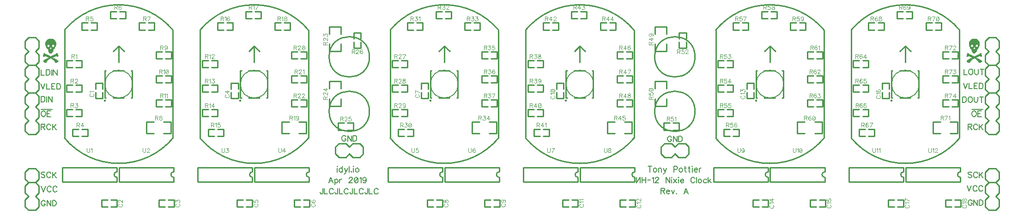
<source format=gbr>
G04 DipTrace 3.1.0.1*
G04 Top-Clock-IN12c.TopSilk.gbr*
%MOIN*%
G04 #@! TF.FileFunction,Legend,Top*
G04 #@! TF.Part,Single*
%ADD10C,0.009843*%
%ADD12C,0.002992*%
%ADD18C,0.015743*%
%ADD22C,0.01*%
%ADD24C,0.005*%
%ADD62C,0.004632*%
%ADD63C,0.006176*%
%FSLAX26Y26*%
G04*
G70*
G90*
G75*
G01*
G04 TopSilk*
%LPD*%
X931417Y1285742D2*
D10*
Y1242441D1*
X982598D1*
Y1285742D1*
X931417Y1352666D2*
Y1309365D1*
Y1352677D2*
X982598D1*
Y1309365D2*
Y1352666D1*
X1018025Y510157D2*
X974724D1*
Y458976D1*
X1018025D1*
X1084950Y510157D2*
X1041649D1*
X1084961D2*
Y458976D1*
X1041649D2*
X1084950D1*
X1431411Y510157D2*
X1388110D1*
Y458976D1*
X1431411D1*
X1498335Y510157D2*
X1455035D1*
X1498346D2*
Y458976D1*
X1455035D2*
X1498335D1*
X1909370Y1285742D2*
Y1242441D1*
X1960551D1*
Y1285742D1*
X1909370Y1352666D2*
Y1309365D1*
Y1352677D2*
X1960551D1*
Y1309365D2*
Y1352666D1*
X1995978Y510157D2*
X1952677D1*
Y458976D1*
X1995978D1*
X2062902Y510157D2*
X2019602D1*
X2062913D2*
Y458976D1*
X2019602D2*
X2062902D1*
X2409364Y510157D2*
X2366063D1*
Y458976D1*
X2409364D1*
X2476288Y510157D2*
X2432987D1*
X2476299D2*
Y458976D1*
X2432987D2*
X2476288D1*
X3281024Y1285742D2*
Y1242441D1*
X3332205D1*
Y1285742D1*
X3281024Y1352666D2*
Y1309365D1*
Y1352677D2*
X3332205D1*
Y1309365D2*
Y1352666D1*
X3367631Y510157D2*
X3324331D1*
Y458976D1*
X3367631D1*
X3434556Y510157D2*
X3391255D1*
X3434567D2*
Y458976D1*
X3391255D2*
X3434556D1*
X3781017Y510157D2*
X3737717D1*
Y458976D1*
X3781017D1*
X3847942Y510157D2*
X3804641D1*
X3847953D2*
Y458976D1*
X3804641D2*
X3847942D1*
X4258976Y1285742D2*
Y1242441D1*
X4310157D1*
Y1285742D1*
X4258976Y1352666D2*
Y1309365D1*
Y1352677D2*
X4310157D1*
Y1309365D2*
Y1352666D1*
X4345584Y510157D2*
X4302283D1*
Y458976D1*
X4345584D1*
X4412509Y510157D2*
X4369208D1*
X4412520D2*
Y458976D1*
X4369208D2*
X4412509D1*
X4758970Y510157D2*
X4715669D1*
Y458976D1*
X4758970D1*
X4825894Y510157D2*
X4782594D1*
X4825906D2*
Y458976D1*
X4782594D2*
X4825894D1*
X5630630Y1285742D2*
Y1242441D1*
X5681811D1*
Y1285742D1*
X5630630Y1352666D2*
Y1309365D1*
Y1352677D2*
X5681811D1*
Y1309365D2*
Y1352666D1*
X5717238Y510157D2*
X5673937D1*
Y458976D1*
X5717238D1*
X5784162Y510157D2*
X5740861D1*
X5784173D2*
Y458976D1*
X5740861D2*
X5784162D1*
X6130624Y510157D2*
X6087323D1*
Y458976D1*
X6130624D1*
X6197548Y510157D2*
X6154247D1*
X6197559D2*
Y458976D1*
X6154247D2*
X6197548D1*
X6608583Y1285742D2*
Y1242441D1*
X6659764D1*
Y1285742D1*
X6608583Y1352666D2*
Y1309365D1*
Y1352677D2*
X6659764D1*
Y1309365D2*
Y1352666D1*
X6695191Y510157D2*
X6651890D1*
Y458976D1*
X6695191D1*
X6762115Y510157D2*
X6718814D1*
X6762126D2*
Y458976D1*
X6718814D2*
X6762115D1*
X7108576Y510157D2*
X7065276D1*
Y458976D1*
X7108576D1*
X7175501Y510157D2*
X7132200D1*
X7175512D2*
Y458976D1*
X7132200D2*
X7175501D1*
X998354Y1246384D2*
Y1443222D1*
X1195197Y1246384D2*
Y1443222D1*
D18*
X998344Y1226693D3*
X998354Y1246384D2*
D10*
X1006216D1*
X998354Y1443222D2*
X1006216D1*
X1195197Y1246384D2*
X1187315D1*
X1195197Y1443222D2*
X1187315D1*
X1057397Y1246384D2*
X1136134D1*
X1057397Y1443222D2*
X1136134D1*
X1976307Y1246384D2*
Y1443222D1*
X2173150Y1246384D2*
Y1443222D1*
D18*
X1976297Y1226693D3*
X1976307Y1246384D2*
D10*
X1984169D1*
X1976307Y1443222D2*
X1984169D1*
X2173150Y1246384D2*
X2165268D1*
X2173150Y1443222D2*
X2165268D1*
X2035350Y1246384D2*
X2114087D1*
X2035350Y1443222D2*
X2114087D1*
X3347961Y1246384D2*
Y1443222D1*
X3544803Y1246384D2*
Y1443222D1*
D18*
X3347950Y1226693D3*
X3347961Y1246384D2*
D10*
X3355822D1*
X3347961Y1443222D2*
X3355822D1*
X3544803Y1246384D2*
X3536921D1*
X3544803Y1443222D2*
X3536921D1*
X3407003Y1246384D2*
X3485740D1*
X3407003Y1443222D2*
X3485740D1*
X4325913Y1246384D2*
Y1443222D1*
X4522756Y1246384D2*
Y1443222D1*
D18*
X4325903Y1226693D3*
X4325913Y1246384D2*
D10*
X4333775D1*
X4325913Y1443222D2*
X4333775D1*
X4522756Y1246384D2*
X4514874D1*
X4522756Y1443222D2*
X4514874D1*
X4384956Y1246384D2*
X4463693D1*
X4384956Y1443222D2*
X4463693D1*
X5697567Y1246384D2*
Y1443222D1*
X5894409Y1246384D2*
Y1443222D1*
D18*
X5697557Y1226693D3*
X5697567Y1246384D2*
D10*
X5705428D1*
X5697567Y1443222D2*
X5705428D1*
X5894409Y1246384D2*
X5886528D1*
X5894409Y1443222D2*
X5886528D1*
X5756609Y1246384D2*
X5835346D1*
X5756609Y1443222D2*
X5835346D1*
X6675520Y1246384D2*
Y1443222D1*
X6872362Y1246384D2*
Y1443222D1*
D18*
X6675509Y1226693D3*
X6675520Y1246384D2*
D10*
X6683381D1*
X6675520Y1443222D2*
X6683381D1*
X6872362Y1246384D2*
X6864480D1*
X6872362Y1443222D2*
X6864480D1*
X6734562Y1246384D2*
X6813299D1*
X6734562Y1443222D2*
X6813299D1*
X422756Y1656364D2*
Y1606416D1*
Y1656364D2*
X447756Y1681417D1*
X497756D1*
X522756Y1656364D1*
X422756Y1606416D2*
X447756Y1581362D1*
X422756Y1556468D1*
X497756Y1481467D2*
X522756Y1506361D1*
Y1556468D1*
X497756Y1581362D1*
X522756Y1606416D1*
Y1631470D1*
Y1656364D1*
X422756Y1556468D2*
Y1506361D1*
X447756Y1481467D1*
X497756D1*
X422756Y1456364D2*
Y1406416D1*
Y1456364D2*
X447756Y1481417D1*
X497756D1*
X522756Y1456364D1*
X422756Y1406416D2*
X447756Y1381362D1*
X422756Y1356468D1*
X497756Y1281467D2*
X522756Y1306361D1*
Y1356468D1*
X497756Y1381362D1*
X522756Y1406416D1*
Y1431470D1*
Y1456364D1*
X422756Y1356468D2*
Y1306361D1*
X447756Y1281467D1*
X497756D1*
X422756Y1256367D2*
Y1206417D1*
Y1256367D2*
X447756Y1281417D1*
X497756D1*
X522756Y1256367D1*
X422756Y1206417D2*
X447756Y1181367D1*
X422756Y1156467D1*
X497756Y981417D2*
X522756Y1006467D1*
Y1056417D1*
X497756Y1081467D1*
X522756Y1106367D1*
Y1156467D1*
X497756Y1181367D1*
X522756Y1206417D1*
Y1231467D1*
Y1256367D1*
X422756Y1156467D2*
Y1106367D1*
X447756Y1081467D1*
X422756Y1056417D1*
Y1006467D1*
X447756Y981417D1*
X497756D2*
X447756D1*
X422756Y709513D2*
Y659566D1*
Y709513D2*
X447756Y734567D1*
X497756D1*
X522756Y709513D1*
X422756Y659566D2*
X447756Y634512D1*
X497756D2*
X522756Y659566D1*
Y684619D1*
Y709513D1*
X447756Y634612D2*
X497756D1*
X422756Y609513D2*
Y559566D1*
Y609513D2*
X447756Y634567D1*
X497756D1*
X522756Y609513D1*
X422756Y559566D2*
X447756Y534512D1*
X422756Y509618D1*
X497756Y434617D2*
X522756Y459511D1*
Y509618D1*
X497756Y534512D1*
X522756Y559566D1*
Y584619D1*
Y609513D1*
X422756Y509618D2*
Y459511D1*
X447756Y434617D1*
X497756D1*
X2687573Y816457D2*
X2737521D1*
X2687573D2*
X2662520Y841457D1*
Y891457D1*
X2687573Y916457D1*
X2737521Y816457D2*
X2762575Y841457D1*
X2787469Y816457D1*
X2862470Y891457D2*
X2837576Y916457D1*
X2787469D1*
X2762575Y891457D1*
X2737521Y916457D1*
X2712467D1*
X2687573D1*
X2787469Y816457D2*
X2837576D1*
X2862470Y841457D1*
Y891457D1*
X5037180Y816457D2*
X5087127D1*
X5037180D2*
X5012126Y841457D1*
Y891457D1*
X5037180Y916457D1*
X5087127Y816457D2*
X5112181Y841457D1*
X5137075Y816457D1*
X5212076Y891457D2*
X5187182Y916457D1*
X5137075D1*
X5112181Y891457D1*
X5087127Y916457D1*
X5062074D1*
X5037180D1*
X5137075Y816457D2*
X5187182D1*
X5212076Y841457D1*
Y891457D1*
X7351890Y1656364D2*
Y1606416D1*
Y1656364D2*
X7376890Y1681417D1*
X7426890D1*
X7451890Y1656364D1*
X7351890Y1606416D2*
X7376890Y1581362D1*
X7351890Y1556468D1*
X7426890Y1481467D2*
X7451890Y1506361D1*
Y1556468D1*
X7426890Y1581362D1*
X7451890Y1606416D1*
Y1631470D1*
Y1656364D1*
X7351890Y1556468D2*
Y1506361D1*
X7376890Y1481467D1*
X7426890D1*
X7351890Y1456364D2*
Y1406416D1*
Y1456364D2*
X7376890Y1481417D1*
X7426890D1*
X7451890Y1456364D1*
X7351890Y1406416D2*
X7376890Y1381362D1*
X7351890Y1356468D1*
X7426890Y1281467D2*
X7451890Y1306361D1*
Y1356468D1*
X7426890Y1381362D1*
X7451890Y1406416D1*
Y1431470D1*
Y1456364D1*
X7351890Y1356468D2*
Y1306361D1*
X7376890Y1281467D1*
X7426890D1*
X7351890Y1256367D2*
Y1206417D1*
Y1256367D2*
X7376890Y1281417D1*
X7426890D1*
X7451890Y1256367D1*
X7351890Y1206417D2*
X7376890Y1181367D1*
X7351890Y1156467D1*
X7426890Y981417D2*
X7451890Y1006467D1*
Y1056417D1*
X7426890Y1081467D1*
X7451890Y1106367D1*
Y1156467D1*
X7426890Y1181367D1*
X7451890Y1206417D1*
Y1231467D1*
Y1256367D1*
X7351890Y1156467D2*
Y1106367D1*
X7376890Y1081467D1*
X7351890Y1056417D1*
Y1006467D1*
X7376890Y981417D1*
X7426890D2*
X7376890D1*
X7351890Y709907D2*
Y659959D1*
Y709907D2*
X7376890Y734961D1*
X7426890D1*
X7451890Y709907D1*
X7351890Y659959D2*
X7376890Y634906D1*
X7426890D2*
X7451890Y659959D1*
Y685013D1*
Y709907D1*
X7376890Y635006D2*
X7426890D1*
X7351890Y609513D2*
Y559566D1*
Y609513D2*
X7376890Y634567D1*
X7426890D1*
X7451890Y609513D1*
X7351890Y559566D2*
X7376890Y534512D1*
X7351890Y509618D1*
X7426890Y434617D2*
X7451890Y459511D1*
Y509618D1*
X7426890Y534512D1*
X7451890Y559566D1*
Y584619D1*
Y609513D1*
X7351890Y509618D2*
Y459511D1*
X7376890Y434617D1*
X7426890D1*
X2616850Y1542047D2*
D22*
G02X2616850Y1542047I145669J0D01*
G01*
Y1148346D2*
G02X2616850Y1148346I145669J0D01*
G01*
X4966457Y1542047D2*
G02X4966457Y1542047I145669J0D01*
G01*
Y1148346D2*
G02X4966457Y1148346I145669J0D01*
G01*
X1489365Y954563D2*
G02X708115Y954563I-390625J327797D01*
G01*
X1489365Y1735830D2*
Y954563D1*
X708115D2*
Y1735830D1*
X998740Y1345197D2*
D24*
G02X998740Y1345197I100000J0D01*
G01*
X1098740Y1620817D2*
D10*
X1059365Y1581410D1*
X1098740Y1620817D2*
X1138115Y1581410D1*
X1489365Y1735830D2*
D22*
G03X708115Y1735830I-390625J-327797D01*
G01*
X1098740Y1502710D2*
D10*
Y1620817D1*
X2467318Y954563D2*
D22*
G02X1686068Y954563I-390625J327797D01*
G01*
X2467318Y1735830D2*
Y954563D1*
X1686068D2*
Y1735830D1*
X1976693Y1345197D2*
D24*
G02X1976693Y1345197I100000J0D01*
G01*
X2076693Y1620817D2*
D10*
X2037318Y1581410D1*
X2076693Y1620817D2*
X2116068Y1581410D1*
X2467318Y1735830D2*
D22*
G03X1686068Y1735830I-390625J-327797D01*
G01*
X2076693Y1502710D2*
D10*
Y1620817D1*
X3838971Y954563D2*
D22*
G02X3057722Y954563I-390625J327797D01*
G01*
X3838971Y1735830D2*
Y954563D1*
X3057722D2*
Y1735830D1*
X3348347Y1345197D2*
D24*
G02X3348347Y1345197I100000J0D01*
G01*
X3448346Y1620817D2*
D10*
X3408971Y1581410D1*
X3448346Y1620817D2*
X3487721Y1581410D1*
X3838971Y1735830D2*
D22*
G03X3057722Y1735830I-390625J-327797D01*
G01*
X3448346Y1502710D2*
D10*
Y1620817D1*
X4816924Y954563D2*
D22*
G02X4035675Y954563I-390625J327797D01*
G01*
X4816924Y1735830D2*
Y954563D1*
X4035675D2*
Y1735830D1*
X4326299Y1345197D2*
D24*
G02X4326299Y1345197I100000J0D01*
G01*
X4426299Y1620817D2*
D10*
X4386924Y1581410D1*
X4426299Y1620817D2*
X4465674Y1581410D1*
X4816924Y1735830D2*
D22*
G03X4035675Y1735830I-390625J-327797D01*
G01*
X4426299Y1502710D2*
D10*
Y1620817D1*
X6188577Y954563D2*
D22*
G02X5407328Y954563I-390625J327797D01*
G01*
X6188577Y1735830D2*
Y954563D1*
X5407328D2*
Y1735830D1*
X5697953Y1345197D2*
D24*
G02X5697953Y1345197I100000J0D01*
G01*
X5797953Y1620817D2*
D10*
X5758578Y1581410D1*
X5797953Y1620817D2*
X5837328Y1581410D1*
X6188577Y1735830D2*
D22*
G03X5407328Y1735830I-390625J-327797D01*
G01*
X5797953Y1502710D2*
D10*
Y1620817D1*
X7166530Y954563D2*
D22*
G02X6385281Y954563I-390625J327797D01*
G01*
X7166530Y1735830D2*
Y954563D1*
X6385281D2*
Y1735830D1*
X6675906Y1345197D2*
D24*
G02X6675906Y1345197I100000J0D01*
G01*
X6775906Y1620817D2*
D10*
X6736531Y1581410D1*
X6775906Y1620817D2*
X6815280Y1581410D1*
X7166530Y1735830D2*
D22*
G03X6385281Y1735830I-390625J-327797D01*
G01*
X6775906Y1502710D2*
D10*
Y1620817D1*
X789691Y1465276D2*
X832992D1*
Y1516457D1*
X789691D1*
X722767Y1465276D2*
X766068D1*
X722756D2*
Y1516457D1*
X766068D2*
X722767D1*
X789691Y1288110D2*
X832992D1*
Y1339291D1*
X789691D1*
X722767Y1288110D2*
X766068D1*
X722756D2*
Y1339291D1*
X766068D2*
X722767D1*
X789691Y1110945D2*
X832992D1*
Y1162126D1*
X789691D1*
X722767Y1110945D2*
X766068D1*
X722756D2*
Y1162126D1*
X766068D2*
X722767D1*
X832998Y969213D2*
X876299D1*
Y1020394D1*
X832998D1*
X766074Y969213D2*
X809375D1*
X766063D2*
Y1020394D1*
X809375D2*
X766074D1*
X899928Y1736929D2*
X943228D1*
Y1788110D1*
X899928D1*
X833003Y1736929D2*
X876304D1*
X832992D2*
Y1788110D1*
X876304D2*
X833003D1*
X1104652Y1819606D2*
X1147953D1*
Y1870787D1*
X1104652D1*
X1037728Y1819606D2*
X1081028D1*
X1037717D2*
Y1870787D1*
X1081028D2*
X1037728D1*
X1313313Y1736929D2*
X1356614D1*
Y1788110D1*
X1313313D1*
X1246389Y1736929D2*
X1289690D1*
X1246378D2*
Y1788110D1*
X1289690D2*
X1246389D1*
X1297559Y1071575D2*
X1350709D1*
X1297559Y988898D2*
X1350709D1*
X1421575Y1071575D2*
X1474724D1*
X1297559Y988898D2*
Y1071575D1*
X1421575Y988898D2*
X1474724D1*
Y1071575D1*
X1411726Y1579449D2*
X1368425D1*
Y1528268D1*
X1411726D1*
X1478650Y1579449D2*
X1435350D1*
X1478661D2*
Y1528268D1*
X1435350D2*
X1478650D1*
X1411726Y1406220D2*
X1368425D1*
Y1355039D1*
X1411726D1*
X1478650Y1406220D2*
X1435350D1*
X1478661D2*
Y1355039D1*
X1435350D2*
X1478650D1*
X1411726Y1232992D2*
X1368425D1*
Y1181811D1*
X1411726D1*
X1478650Y1232992D2*
X1435350D1*
X1478661D2*
Y1181811D1*
X1435350D2*
X1478650D1*
X1767644Y1465276D2*
X1810945D1*
Y1516457D1*
X1767644D1*
X1700720Y1465276D2*
X1744020D1*
X1700709D2*
Y1516457D1*
X1744020D2*
X1700720D1*
X1767644Y1288110D2*
X1810945D1*
Y1339291D1*
X1767644D1*
X1700720Y1288110D2*
X1744020D1*
X1700709D2*
Y1339291D1*
X1744020D2*
X1700720D1*
X1767644Y1110945D2*
X1810945D1*
Y1162126D1*
X1767644D1*
X1700720Y1110945D2*
X1744020D1*
X1700709D2*
Y1162126D1*
X1744020D2*
X1700720D1*
X1810951Y969213D2*
X1854252D1*
Y1020394D1*
X1810951D1*
X1744027Y969213D2*
X1787328D1*
X1744016D2*
Y1020394D1*
X1787328D2*
X1744027D1*
X1877880Y1736929D2*
X1921181D1*
Y1788110D1*
X1877880D1*
X1810956Y1736929D2*
X1854257D1*
X1810945D2*
Y1788110D1*
X1854257D2*
X1810956D1*
X2082605Y1819606D2*
X2125906D1*
Y1870787D1*
X2082605D1*
X2015680Y1819606D2*
X2058981D1*
X2015669D2*
Y1870787D1*
X2058981D2*
X2015680D1*
X2291266Y1736929D2*
X2334567D1*
Y1788110D1*
X2291266D1*
X2224342Y1736929D2*
X2267643D1*
X2224331D2*
Y1788110D1*
X2267643D2*
X2224342D1*
X2275512Y1071575D2*
X2328661D1*
X2275512Y988898D2*
X2328661D1*
X2399528Y1071575D2*
X2452677D1*
X2275512Y988898D2*
Y1071575D1*
X2399528Y988898D2*
X2452677D1*
Y1071575D1*
X2389679Y1579449D2*
X2346378D1*
Y1528268D1*
X2389679D1*
X2456603Y1579449D2*
X2413302D1*
X2456614D2*
Y1528268D1*
X2413302D2*
X2456603D1*
X2389679Y1406220D2*
X2346378D1*
Y1355039D1*
X2389679D1*
X2456603Y1406220D2*
X2413302D1*
X2456614D2*
Y1355039D1*
X2413302D2*
X2456603D1*
X2389679Y1232992D2*
X2346378D1*
Y1181811D1*
X2389679D1*
X2456603Y1232992D2*
X2413302D1*
X2456614D2*
Y1181811D1*
X2413302D2*
X2456603D1*
X2618819Y1581024D2*
Y1634173D1*
X2701496Y1581024D2*
Y1634173D1*
X2618819Y1705039D2*
Y1758189D1*
X2701496Y1581024D2*
X2618819D1*
X2701496Y1705039D2*
Y1758189D1*
X2618819D1*
Y1187323D2*
Y1240472D1*
X2701496Y1187323D2*
Y1240472D1*
X2618819Y1311339D2*
Y1364488D1*
X2701496Y1187323D2*
X2618819D1*
X2701496Y1311339D2*
Y1364488D1*
X2618819D1*
X2748746Y1014094D2*
X2792047D1*
Y1065276D1*
X2748746D1*
X2681822Y1014094D2*
X2725123D1*
X2681811D2*
Y1065276D1*
X2725123D2*
X2681822D1*
X2844803Y1671581D2*
Y1714882D1*
X2793622D1*
Y1671581D1*
X2844803Y1604657D2*
Y1647957D1*
Y1604646D2*
X2793622D1*
Y1647957D2*
Y1604657D1*
X3139298Y1465276D2*
X3182598D1*
Y1516457D1*
X3139298D1*
X3072373Y1465276D2*
X3115674D1*
X3072362D2*
Y1516457D1*
X3115674D2*
X3072373D1*
X3139298Y1288110D2*
X3182598D1*
Y1339291D1*
X3139298D1*
X3072373Y1288110D2*
X3115674D1*
X3072362D2*
Y1339291D1*
X3115674D2*
X3072373D1*
X3139298Y1110945D2*
X3182598D1*
Y1162126D1*
X3139298D1*
X3072373Y1110945D2*
X3115674D1*
X3072362D2*
Y1162126D1*
X3115674D2*
X3072373D1*
X3182605Y969213D2*
X3225906D1*
Y1020394D1*
X3182605D1*
X3115680Y969213D2*
X3158981D1*
X3115669D2*
Y1020394D1*
X3158981D2*
X3115680D1*
X3249534Y1736929D2*
X3292835D1*
Y1788110D1*
X3249534D1*
X3182609Y1736929D2*
X3225910D1*
X3182598D2*
Y1788110D1*
X3225910D2*
X3182609D1*
X3454258Y1819606D2*
X3497559D1*
Y1870787D1*
X3454258D1*
X3387334Y1819606D2*
X3430635D1*
X3387323D2*
Y1870787D1*
X3430635D2*
X3387334D1*
X3662920Y1736929D2*
X3706220D1*
Y1788110D1*
X3662920D1*
X3595995Y1736929D2*
X3639296D1*
X3595984D2*
Y1788110D1*
X3639296D2*
X3595995D1*
X3647165Y1071575D2*
X3700315D1*
X3647165Y988898D2*
X3700315D1*
X3771181Y1071575D2*
X3824331D1*
X3647165Y988898D2*
Y1071575D1*
X3771181Y988898D2*
X3824331D1*
Y1071575D1*
X3761332Y1579449D2*
X3718031D1*
Y1528268D1*
X3761332D1*
X3828257Y1579449D2*
X3784956D1*
X3828268D2*
Y1528268D1*
X3784956D2*
X3828257D1*
X3761332Y1406220D2*
X3718031D1*
Y1355039D1*
X3761332D1*
X3828257Y1406220D2*
X3784956D1*
X3828268D2*
Y1355039D1*
X3784956D2*
X3828257D1*
X3761332Y1232992D2*
X3718031D1*
Y1181811D1*
X3761332D1*
X3828257Y1232992D2*
X3784956D1*
X3828268D2*
Y1181811D1*
X3784956D2*
X3828257D1*
X4117250Y1465276D2*
X4160551D1*
Y1516457D1*
X4117250D1*
X4050326Y1465276D2*
X4093627D1*
X4050315D2*
Y1516457D1*
X4093627D2*
X4050326D1*
X4117250Y1288110D2*
X4160551D1*
Y1339291D1*
X4117250D1*
X4050326Y1288110D2*
X4093627D1*
X4050315D2*
Y1339291D1*
X4093627D2*
X4050326D1*
X4117250Y1110945D2*
X4160551D1*
Y1162126D1*
X4117250D1*
X4050326Y1110945D2*
X4093627D1*
X4050315D2*
Y1162126D1*
X4093627D2*
X4050326D1*
X4160557Y969213D2*
X4203858D1*
Y1020394D1*
X4160557D1*
X4093633Y969213D2*
X4136934D1*
X4093622D2*
Y1020394D1*
X4136934D2*
X4093633D1*
X4227487Y1736929D2*
X4270787D1*
Y1788110D1*
X4227487D1*
X4160562Y1736929D2*
X4203863D1*
X4160551D2*
Y1788110D1*
X4203863D2*
X4160562D1*
X4432211Y1819606D2*
X4475512D1*
Y1870787D1*
X4432211D1*
X4365287Y1819606D2*
X4408587D1*
X4365276D2*
Y1870787D1*
X4408587D2*
X4365287D1*
X4640872Y1736929D2*
X4684173D1*
Y1788110D1*
X4640872D1*
X4573948Y1736929D2*
X4617249D1*
X4573937D2*
Y1788110D1*
X4617249D2*
X4573948D1*
X4625118Y1071575D2*
X4678268D1*
X4625118Y988898D2*
X4678268D1*
X4749134Y1071575D2*
X4802283D1*
X4625118Y988898D2*
Y1071575D1*
X4749134Y988898D2*
X4802283D1*
Y1071575D1*
X4739285Y1579449D2*
X4695984D1*
Y1528268D1*
X4739285D1*
X4806209Y1579449D2*
X4762909D1*
X4806220D2*
Y1528268D1*
X4762909D2*
X4806209D1*
X4739285Y1406220D2*
X4695984D1*
Y1355039D1*
X4739285D1*
X4806209Y1406220D2*
X4762909D1*
X4806220D2*
Y1355039D1*
X4762909D2*
X4806209D1*
X4739285Y1232992D2*
X4695984D1*
Y1181811D1*
X4739285D1*
X4806209Y1232992D2*
X4762909D1*
X4806220D2*
Y1181811D1*
X4762909D2*
X4806209D1*
X4968425Y1581024D2*
Y1634173D1*
X5051102Y1581024D2*
Y1634173D1*
X4968425Y1705039D2*
Y1758189D1*
X5051102Y1581024D2*
X4968425D1*
X5051102Y1705039D2*
Y1758189D1*
X4968425D1*
Y1187323D2*
Y1240472D1*
X5051102Y1187323D2*
Y1240472D1*
X4968425Y1311339D2*
Y1364488D1*
X5051102Y1187323D2*
X4968425D1*
X5051102Y1311339D2*
Y1364488D1*
X4968425D1*
X5098353Y1014094D2*
X5141654D1*
Y1065276D1*
X5098353D1*
X5031428Y1014094D2*
X5074729D1*
X5031417D2*
Y1065276D1*
X5074729D2*
X5031428D1*
X5194409Y1671581D2*
Y1714882D1*
X5143228D1*
Y1671581D1*
X5194409Y1604657D2*
Y1647957D1*
Y1604646D2*
X5143228D1*
Y1647957D2*
Y1604657D1*
X5488904Y1465276D2*
X5532205D1*
Y1516457D1*
X5488904D1*
X5421980Y1465276D2*
X5465280D1*
X5421969D2*
Y1516457D1*
X5465280D2*
X5421980D1*
X5488904Y1288110D2*
X5532205D1*
Y1339291D1*
X5488904D1*
X5421980Y1288110D2*
X5465280D1*
X5421969D2*
Y1339291D1*
X5465280D2*
X5421980D1*
X5488904Y1110945D2*
X5532205D1*
Y1162126D1*
X5488904D1*
X5421980Y1110945D2*
X5465280D1*
X5421969D2*
Y1162126D1*
X5465280D2*
X5421980D1*
X5532211Y969213D2*
X5575512D1*
Y1020394D1*
X5532211D1*
X5465287Y969213D2*
X5508587D1*
X5465276D2*
Y1020394D1*
X5508587D2*
X5465287D1*
X5599140Y1736929D2*
X5642441D1*
Y1788110D1*
X5599140D1*
X5532216Y1736929D2*
X5575517D1*
X5532205D2*
Y1788110D1*
X5575517D2*
X5532216D1*
X5803865Y1819606D2*
X5847165D1*
Y1870787D1*
X5803865D1*
X5736940Y1819606D2*
X5780241D1*
X5736929D2*
Y1870787D1*
X5780241D2*
X5736940D1*
X6012526Y1736929D2*
X6055827D1*
Y1788110D1*
X6012526D1*
X5945602Y1736929D2*
X5988902D1*
X5945591D2*
Y1788110D1*
X5988902D2*
X5945602D1*
X5996772Y1071575D2*
X6049921D1*
X5996772Y988898D2*
X6049921D1*
X6120787Y1071575D2*
X6173937D1*
X5996772Y988898D2*
Y1071575D1*
X6120787Y988898D2*
X6173937D1*
Y1071575D1*
X6110939Y1579449D2*
X6067638D1*
Y1528268D1*
X6110939D1*
X6177863Y1579449D2*
X6134562D1*
X6177874D2*
Y1528268D1*
X6134562D2*
X6177863D1*
X6110939Y1406220D2*
X6067638D1*
Y1355039D1*
X6110939D1*
X6177863Y1406220D2*
X6134562D1*
X6177874D2*
Y1355039D1*
X6134562D2*
X6177863D1*
X6110939Y1232992D2*
X6067638D1*
Y1181811D1*
X6110939D1*
X6177863Y1232992D2*
X6134562D1*
X6177874D2*
Y1181811D1*
X6134562D2*
X6177863D1*
X6466857Y1465276D2*
X6510157D1*
Y1516457D1*
X6466857D1*
X6399932Y1465276D2*
X6443233D1*
X6399921D2*
Y1516457D1*
X6443233D2*
X6399932D1*
X6466857Y1288110D2*
X6510157D1*
Y1339291D1*
X6466857D1*
X6399932Y1288110D2*
X6443233D1*
X6399921D2*
Y1339291D1*
X6443233D2*
X6399932D1*
X6466857Y1110945D2*
X6510157D1*
Y1162126D1*
X6466857D1*
X6399932Y1110945D2*
X6443233D1*
X6399921D2*
Y1162126D1*
X6443233D2*
X6399932D1*
X6510164Y969213D2*
X6553465D1*
Y1020394D1*
X6510164D1*
X6443239Y969213D2*
X6486540D1*
X6443228D2*
Y1020394D1*
X6486540D2*
X6443239D1*
X6577093Y1736929D2*
X6620394D1*
Y1788110D1*
X6577093D1*
X6510169Y1736929D2*
X6553469D1*
X6510157D2*
Y1788110D1*
X6553469D2*
X6510169D1*
X6781817Y1819606D2*
X6825118D1*
Y1870787D1*
X6781817D1*
X6714893Y1819606D2*
X6758194D1*
X6714882D2*
Y1870787D1*
X6758194D2*
X6714893D1*
X6990479Y1736929D2*
X7033780D1*
Y1788110D1*
X6990479D1*
X6923554Y1736929D2*
X6966855D1*
X6923543D2*
Y1788110D1*
X6966855D2*
X6923554D1*
X6974724Y1071575D2*
X7027874D1*
X6974724Y988898D2*
X7027874D1*
X7098740Y1071575D2*
X7151890D1*
X6974724Y988898D2*
Y1071575D1*
X7098740Y988898D2*
X7151890D1*
Y1071575D1*
X7088891Y1579449D2*
X7045591D1*
Y1528268D1*
X7088891D1*
X7155816Y1579449D2*
X7112515D1*
X7155827D2*
Y1528268D1*
X7112515D2*
X7155816D1*
X7088891Y1406220D2*
X7045591D1*
Y1355039D1*
X7088891D1*
X7155816Y1406220D2*
X7112515D1*
X7155827D2*
Y1355039D1*
X7112515D2*
X7155816D1*
X7088891Y1232992D2*
X7045591D1*
Y1181811D1*
X7088891D1*
X7155816Y1232992D2*
X7112515D1*
X7155827D2*
Y1181811D1*
X7112515D2*
X7155816D1*
X1085142Y742842D2*
X691472D1*
X1085142Y640465D2*
X691472D1*
Y742842D2*
Y640465D1*
X1085142Y742842D2*
Y711348D1*
Y671959D2*
Y640465D1*
Y711348D2*
G03X1085142Y671959I11J-19694D01*
G01*
X1494591Y742842D2*
X1100921D1*
X1494591Y640465D2*
X1100921D1*
Y742842D2*
Y640465D1*
X1494591Y742842D2*
Y711348D1*
Y671959D2*
Y640465D1*
Y711348D2*
G03X1494591Y671959I11J-19694D01*
G01*
X2063094Y742842D2*
X1669425D1*
X2063094Y640465D2*
X1669425D1*
Y742842D2*
Y640465D1*
X2063094Y742842D2*
Y711348D1*
Y671959D2*
Y640465D1*
Y711348D2*
G03X2063094Y671959I11J-19694D01*
G01*
X2472543Y742842D2*
X2078874D1*
X2472543Y640465D2*
X2078874D1*
Y742842D2*
Y640465D1*
X2472543Y742842D2*
Y711348D1*
Y671959D2*
Y640465D1*
Y711348D2*
G03X2472543Y671959I11J-19694D01*
G01*
X3434748Y742842D2*
X3041079D1*
X3434748Y640465D2*
X3041079D1*
Y742842D2*
Y640465D1*
X3434748Y742842D2*
Y711348D1*
Y671959D2*
Y640465D1*
Y711348D2*
G03X3434748Y671959I11J-19694D01*
G01*
X3844197Y742842D2*
X3450528D1*
X3844197Y640465D2*
X3450528D1*
Y742842D2*
Y640465D1*
X3844197Y742842D2*
Y711348D1*
Y671959D2*
Y640465D1*
Y711348D2*
G03X3844197Y671959I11J-19694D01*
G01*
X4412701Y742842D2*
X4019031D1*
X4412701Y640465D2*
X4019031D1*
Y742842D2*
Y640465D1*
X4412701Y742842D2*
Y711348D1*
Y671959D2*
Y640465D1*
Y711348D2*
G03X4412701Y671959I11J-19694D01*
G01*
X4822150Y742842D2*
X4428480D1*
X4822150Y640465D2*
X4428480D1*
Y742842D2*
Y640465D1*
X4822150Y742842D2*
Y711348D1*
Y671959D2*
Y640465D1*
Y711348D2*
G03X4822150Y671959I11J-19694D01*
G01*
X5784354Y742842D2*
X5390685D1*
X5784354Y640465D2*
X5390685D1*
Y742842D2*
Y640465D1*
X5784354Y742842D2*
Y711348D1*
Y671959D2*
Y640465D1*
Y711348D2*
G03X5784354Y671959I11J-19694D01*
G01*
X6193803Y742842D2*
X5800134D1*
X6193803Y640465D2*
X5800134D1*
Y742842D2*
Y640465D1*
X6193803Y742842D2*
Y711348D1*
Y671959D2*
Y640465D1*
Y711348D2*
G03X6193803Y671959I11J-19694D01*
G01*
X6762307Y742842D2*
X6368638D1*
X6762307Y640465D2*
X6368638D1*
Y742842D2*
Y640465D1*
X6762307Y742842D2*
Y711348D1*
Y671959D2*
Y640465D1*
Y711348D2*
G03X6762307Y671959I11J-19694D01*
G01*
X7171756Y742842D2*
X6778087D1*
X7171756Y640465D2*
X6778087D1*
Y742842D2*
Y640465D1*
X7171756Y742842D2*
Y711348D1*
Y671959D2*
Y640465D1*
Y711348D2*
G03X7171756Y671959I11J-19694D01*
G01*
X593219Y1671505D2*
D12*
X620148D1*
X587823Y1668513D2*
X625544D1*
X583093Y1665521D2*
X630275D1*
X579204Y1662529D2*
X634164D1*
X576119Y1659537D2*
X637249D1*
X573750Y1656545D2*
X639618D1*
X571939Y1653552D2*
X641428D1*
X570652Y1650560D2*
X642715D1*
X569909Y1647568D2*
X643459D1*
X569543Y1644576D2*
X643824D1*
X569384Y1641584D2*
X643984D1*
X569320Y1638592D2*
X644048D1*
X569295Y1635600D2*
X644060D1*
X569298Y1632608D2*
X643964D1*
X569401Y1629615D2*
X584368D1*
X595747D2*
X617744D1*
X632579D2*
X643574D1*
X569793Y1626623D2*
X581888D1*
X597972D2*
X615994D1*
X633309D2*
X642753D1*
X570614Y1623631D2*
X579866D1*
X600066D2*
X615004D1*
X633967D2*
X641593D1*
X571762Y1620639D2*
X579294D1*
X602196D2*
X614670D1*
X634304D2*
X640250D1*
X573013Y1617647D2*
X580190D1*
X599859D2*
X614793D1*
X633257D2*
X638824D1*
X574162Y1614655D2*
X583818D1*
X597044D2*
X616940D1*
X629585D2*
X637458D1*
X575204Y1611663D2*
X589399D1*
X591090D2*
X622540D1*
X623982D2*
X636350D1*
X576379Y1608671D2*
X602783D1*
X611637D2*
X635552D1*
X577909Y1605678D2*
X601022D1*
X612404D2*
X634600D1*
X580192Y1602686D2*
X599952D1*
X613302D2*
X633199D1*
X583560Y1599694D2*
X599203D1*
X614164D2*
X629732D1*
X587566Y1596702D2*
X625766D1*
X591194Y1593710D2*
X622277D1*
X594128Y1590718D2*
X619631D1*
X623140D2*
X626133D1*
X587235Y1587726D2*
X590227D1*
X595303D2*
X619362D1*
X621738D2*
X624984D1*
X588732Y1584734D2*
X603037D1*
X617156D2*
X623605D1*
X590481Y1581741D2*
X621916D1*
X592321Y1578749D2*
X619910D1*
X594345Y1575757D2*
X617554D1*
X596689Y1572765D2*
X614592D1*
X557314Y1569773D2*
X563298D1*
X599203D2*
X611172D1*
X650070D2*
X656054D1*
X555932Y1566781D2*
X566416D1*
X646952D2*
X656065D1*
X555061Y1563789D2*
X569908D1*
X643459D2*
X656182D1*
X554521Y1560797D2*
X574116D1*
X639252D2*
X656669D1*
X553947Y1557804D2*
X579090D1*
X634278D2*
X657755D1*
X553152Y1554812D2*
X584609D1*
X628758D2*
X659126D1*
X552348Y1551820D2*
X590611D1*
X622757D2*
X660314D1*
X551770Y1548828D2*
X563298D1*
X568083D2*
X597436D1*
X615932D2*
X641591D1*
X650070D2*
X659887D1*
X551329Y1545836D2*
X560306D1*
X577321D2*
X605434D1*
X607934D2*
X633699D1*
X653062D2*
X659046D1*
X584257Y1542844D2*
X626892D1*
X589470Y1539852D2*
X621553D1*
X592074Y1536860D2*
X617156D1*
X588090Y1533867D2*
X622690D1*
X583455Y1530875D2*
X602670D1*
X611646D2*
X628049D1*
X577934Y1527883D2*
X597544D1*
X615485D2*
X633733D1*
X571297Y1524891D2*
X592833D1*
X619633D2*
X640175D1*
X564307Y1521899D2*
X588587D1*
X623866D2*
X646868D1*
X558555Y1518907D2*
X584875D1*
X627892D2*
X652819D1*
X554204Y1515915D2*
X581638D1*
X631416D2*
X657696D1*
X552190Y1512923D2*
X578974D1*
X634252D2*
X662038D1*
X553824Y1509930D2*
X577019D1*
X636290D2*
X658581D1*
X557599Y1506938D2*
X575520D1*
X637826D2*
X654822D1*
X561903Y1503946D2*
X573976D1*
X639383D2*
X650932D1*
X566290Y1500954D2*
X572274D1*
X641093D2*
X647077D1*
X7258573Y1671496D2*
X7285503D1*
X7253177Y1668504D2*
X7290899D1*
X7248447Y1665512D2*
X7295629D1*
X7244558Y1662520D2*
X7299518D1*
X7241473Y1659528D2*
X7302603D1*
X7239104Y1656535D2*
X7304972D1*
X7237294Y1653543D2*
X7306783D1*
X7236007Y1650551D2*
X7308069D1*
X7235263Y1647559D2*
X7308813D1*
X7234898Y1644567D2*
X7309178D1*
X7234738Y1641575D2*
X7309338D1*
X7234674Y1638583D2*
X7309402D1*
X7234650Y1635591D2*
X7309415D1*
X7234653Y1632598D2*
X7309318D1*
X7234755Y1629606D2*
X7249723D1*
X7261101D2*
X7283099D1*
X7297934D2*
X7308928D1*
X7235147Y1626614D2*
X7247243D1*
X7263326D2*
X7281349D1*
X7298664D2*
X7308107D1*
X7235968Y1623622D2*
X7245220D1*
X7265420D2*
X7280358D1*
X7299321D2*
X7306948D1*
X7237117Y1620630D2*
X7244649D1*
X7267550D2*
X7280024D1*
X7299658D2*
X7305604D1*
X7238367Y1617638D2*
X7245544D1*
X7265213D2*
X7280148D1*
X7298612D2*
X7304178D1*
X7239517Y1614646D2*
X7249172D1*
X7262398D2*
X7282294D1*
X7294939D2*
X7302813D1*
X7240558Y1611654D2*
X7254753D1*
X7256444D2*
X7287894D1*
X7289336D2*
X7301704D1*
X7241734Y1608661D2*
X7268137D1*
X7276991D2*
X7300906D1*
X7243263Y1605669D2*
X7266377D1*
X7277758D2*
X7299954D1*
X7245546Y1602677D2*
X7265306D1*
X7278656D2*
X7298554D1*
X7248914Y1599685D2*
X7264558D1*
X7279518D2*
X7295087D1*
X7252920Y1596693D2*
X7291120D1*
X7256549Y1593701D2*
X7287632D1*
X7259482Y1590709D2*
X7284986D1*
X7288495D2*
X7291487D1*
X7252589Y1587717D2*
X7255581D1*
X7260657D2*
X7284716D1*
X7287092D2*
X7290338D1*
X7254086Y1584724D2*
X7268391D1*
X7282510D2*
X7288959D1*
X7255835Y1581732D2*
X7287270D1*
X7257675Y1578740D2*
X7285264D1*
X7259699Y1575748D2*
X7282909D1*
X7262044Y1572756D2*
X7279947D1*
X7222668Y1569764D2*
X7228652D1*
X7264558D2*
X7276526D1*
X7315424D2*
X7321408D1*
X7221287Y1566772D2*
X7231770D1*
X7312306D2*
X7321420D1*
X7220416Y1563780D2*
X7235263D1*
X7308814D2*
X7321537D1*
X7219876Y1560787D2*
X7239470D1*
X7304606D2*
X7322023D1*
X7219302Y1557795D2*
X7244444D1*
X7299632D2*
X7323109D1*
X7218506Y1554803D2*
X7249964D1*
X7294112D2*
X7324480D1*
X7217702Y1551811D2*
X7255965D1*
X7288111D2*
X7325668D1*
X7217124Y1548819D2*
X7228652D1*
X7233437D2*
X7262790D1*
X7281286D2*
X7306945D1*
X7315424D2*
X7325242D1*
X7216684Y1545827D2*
X7225660D1*
X7242676D2*
X7270788D1*
X7273288D2*
X7299053D1*
X7318416D2*
X7324400D1*
X7249611Y1542835D2*
X7292246D1*
X7254824Y1539843D2*
X7286908D1*
X7257428Y1536850D2*
X7282510D1*
X7253444Y1533858D2*
X7288044D1*
X7248810Y1530866D2*
X7268024D1*
X7277000D2*
X7293403D1*
X7243288Y1527874D2*
X7262898D1*
X7280839D2*
X7299088D1*
X7236652Y1524882D2*
X7258187D1*
X7284988D2*
X7305529D1*
X7229661Y1521890D2*
X7253942D1*
X7289220D2*
X7312222D1*
X7223909Y1518898D2*
X7250229D1*
X7293246D2*
X7318174D1*
X7219558Y1515906D2*
X7246993D1*
X7296770D2*
X7323051D1*
X7217545Y1512913D2*
X7244329D1*
X7299606D2*
X7327392D1*
X7219178Y1509921D2*
X7242374D1*
X7301644D2*
X7323936D1*
X7222953Y1506929D2*
X7240874D1*
X7303180D2*
X7320177D1*
X7227257Y1503937D2*
X7239331D1*
X7304738D2*
X7316286D1*
X7231644Y1500945D2*
X7237629D1*
X7306448D2*
X7312432D1*
X593219Y1671505D2*
X587823Y1668513D1*
X583093Y1665521D1*
X579204Y1662529D1*
X576119Y1659537D1*
X573750Y1656545D1*
X571939Y1653552D1*
X570652Y1650560D1*
X569909Y1647568D1*
X569543Y1644576D1*
X569384Y1641584D1*
X569320Y1638592D1*
X569295Y1635600D1*
X569298Y1632608D1*
X569401Y1629615D1*
X569793Y1626623D1*
X570614Y1623631D1*
X571762Y1620639D1*
X573013Y1617647D1*
X574162Y1614655D1*
X575204Y1611663D1*
X576379Y1608671D1*
X577909Y1605678D1*
X580192Y1602686D1*
X583560Y1599694D1*
X587566Y1596702D1*
X591194Y1593710D1*
X594128Y1590718D1*
X595303Y1587726D1*
X596211Y1584734D1*
X617156D1*
Y1581741D1*
X620148Y1671505D2*
X625544Y1668513D1*
X630275Y1665521D1*
X634164Y1662529D1*
X637249Y1659537D1*
X639618Y1656545D1*
X641428Y1653552D1*
X642715Y1650560D1*
X643459Y1647568D1*
X643824Y1644576D1*
X643984Y1641584D1*
X644048Y1638592D1*
X644060Y1635600D1*
X643964Y1632608D1*
X643574Y1629615D1*
X642753Y1626623D1*
X641593Y1623631D1*
X640250Y1620639D1*
X638824Y1617647D1*
X637458Y1614655D1*
X636350Y1611663D1*
X635552Y1608671D1*
X634600Y1605678D1*
X633199Y1602686D1*
X629732Y1599694D1*
X625766Y1596702D1*
X622277Y1593710D1*
X619631Y1590718D1*
X619362Y1587726D1*
X620148Y1584734D1*
X587235Y1632608D2*
X584368Y1629615D1*
X581888Y1626623D1*
X579866Y1623631D1*
X579294Y1620639D1*
X580190Y1617647D1*
X583818Y1614655D1*
X589399Y1611663D1*
X596211Y1608671D1*
X593219Y1632608D2*
X595747Y1629615D1*
X597972Y1626623D1*
X600066Y1623631D1*
X602196Y1620639D1*
X599859Y1617647D1*
X597044Y1614655D1*
X591090Y1611663D1*
X584243Y1608671D1*
X620148Y1632608D2*
X617744Y1629615D1*
X615994Y1626623D1*
X615004Y1623631D1*
X614670Y1620639D1*
X614793Y1617647D1*
X616940Y1614655D1*
X622540Y1611663D1*
X629125Y1608671D1*
X632117Y1632608D2*
X632579Y1629615D1*
X633309Y1626623D1*
X633967Y1623631D1*
X634304Y1620639D1*
X633257Y1617647D1*
X629585Y1614655D1*
X623982Y1611663D1*
X617156Y1608671D1*
X605188Y1611663D2*
X602783Y1608671D1*
X601022Y1605678D1*
X599952Y1602686D1*
X599203Y1599694D1*
X611172Y1596702D1*
Y1611663D2*
X611637Y1608671D1*
X612404Y1605678D1*
X613302Y1602686D1*
X614164Y1599694D1*
X602196Y1596702D1*
X623140Y1590718D2*
X621738Y1587726D1*
X620148Y1584734D1*
X626133Y1590718D2*
X624984Y1587726D1*
X623605Y1584734D1*
X621916Y1581741D1*
X619910Y1578749D1*
X617554Y1575757D1*
X614592Y1572765D1*
X611172Y1569773D1*
X587235Y1587726D2*
X588732Y1584734D1*
X590481Y1581741D1*
X592321Y1578749D1*
X594345Y1575757D1*
X596689Y1572765D1*
X599203Y1569773D1*
X590227Y1587726D2*
X603037Y1584734D1*
X617156Y1581741D1*
X557314Y1569773D2*
X555932Y1566781D1*
X555061Y1563789D1*
X554521Y1560797D1*
X553947Y1557804D1*
X553152Y1554812D1*
X552348Y1551820D1*
X551770Y1548828D1*
X551329Y1545836D1*
X563298Y1569773D2*
X566416Y1566781D1*
X569908Y1563789D1*
X574116Y1560797D1*
X579090Y1557804D1*
X584609Y1554812D1*
X590611Y1551820D1*
X597436Y1548828D1*
X605434Y1545836D1*
X614164Y1542844D1*
X650070Y1569773D2*
X646952Y1566781D1*
X643459Y1563789D1*
X639252Y1560797D1*
X634278Y1557804D1*
X628758Y1554812D1*
X622757Y1551820D1*
X615932Y1548828D1*
X607934Y1545836D1*
X599203Y1542844D1*
X656054Y1569773D2*
X656065Y1566781D1*
X656182Y1563789D1*
X656669Y1560797D1*
X657755Y1557804D1*
X659126Y1554812D1*
X660314Y1551820D1*
X659887Y1548828D1*
X659046Y1545836D1*
X566290Y1551820D2*
X563298Y1548828D1*
X560306Y1545836D1*
X557314Y1551820D2*
X568083Y1548828D1*
X577321Y1545836D1*
X584257Y1542844D1*
X589470Y1539852D1*
X592074Y1536860D1*
X588090Y1533867D1*
X583455Y1530875D1*
X577934Y1527883D1*
X571297Y1524891D1*
X564307Y1521899D1*
X558555Y1518907D1*
X554204Y1515915D1*
X552190Y1512923D1*
X553824Y1509930D1*
X557599Y1506938D1*
X561903Y1503946D1*
X566290Y1500954D1*
X650070Y1551820D2*
X641591Y1548828D1*
X633699Y1545836D1*
X626892Y1542844D1*
X621553Y1539852D1*
X617156Y1536860D1*
X622690Y1533867D1*
X628049Y1530875D1*
X633733Y1527883D1*
X640175Y1524891D1*
X646868Y1521899D1*
X652819Y1518907D1*
X657696Y1515915D1*
X662038Y1512923D1*
X658581Y1509930D1*
X654822Y1506938D1*
X650932Y1503946D1*
X647077Y1500954D1*
Y1551820D2*
X650070Y1548828D1*
X653062Y1545836D1*
X608180Y1533867D2*
X602670Y1530875D1*
X597544Y1527883D1*
X592833Y1524891D1*
X588587Y1521899D1*
X584875Y1518907D1*
X581638Y1515915D1*
X578974Y1512923D1*
X577019Y1509930D1*
X575520Y1506938D1*
X573976Y1503946D1*
X572274Y1500954D1*
X608180Y1533867D2*
X611646Y1530875D1*
X615485Y1527883D1*
X619633Y1524891D1*
X623866Y1521899D1*
X627892Y1518907D1*
X631416Y1515915D1*
X634252Y1512923D1*
X636290Y1509930D1*
X637826Y1506938D1*
X639383Y1503946D1*
X641093Y1500954D1*
X7258573Y1671496D2*
X7253177Y1668504D1*
X7248447Y1665512D1*
X7244558Y1662520D1*
X7241473Y1659528D1*
X7239104Y1656535D1*
X7237294Y1653543D1*
X7236007Y1650551D1*
X7235263Y1647559D1*
X7234898Y1644567D1*
X7234738Y1641575D1*
X7234674Y1638583D1*
X7234650Y1635591D1*
X7234653Y1632598D1*
X7234755Y1629606D1*
X7235147Y1626614D1*
X7235968Y1623622D1*
X7237117Y1620630D1*
X7238367Y1617638D1*
X7239517Y1614646D1*
X7240558Y1611654D1*
X7241734Y1608661D1*
X7243263Y1605669D1*
X7245546Y1602677D1*
X7248914Y1599685D1*
X7252920Y1596693D1*
X7256549Y1593701D1*
X7259482Y1590709D1*
X7260657Y1587717D1*
X7261566Y1584724D1*
X7282510D1*
Y1581732D1*
X7285503Y1671496D2*
X7290899Y1668504D1*
X7295629Y1665512D1*
X7299518Y1662520D1*
X7302603Y1659528D1*
X7304972Y1656535D1*
X7306783Y1653543D1*
X7308069Y1650551D1*
X7308813Y1647559D1*
X7309178Y1644567D1*
X7309338Y1641575D1*
X7309402Y1638583D1*
X7309415Y1635591D1*
X7309318Y1632598D1*
X7308928Y1629606D1*
X7308107Y1626614D1*
X7306948Y1623622D1*
X7305604Y1620630D1*
X7304178Y1617638D1*
X7302813Y1614646D1*
X7301704Y1611654D1*
X7300906Y1608661D1*
X7299954Y1605669D1*
X7298554Y1602677D1*
X7295087Y1599685D1*
X7291120Y1596693D1*
X7287632Y1593701D1*
X7284986Y1590709D1*
X7284716Y1587717D1*
X7285503Y1584724D1*
X7252589Y1632598D2*
X7249723Y1629606D1*
X7247243Y1626614D1*
X7245220Y1623622D1*
X7244649Y1620630D1*
X7245544Y1617638D1*
X7249172Y1614646D1*
X7254753Y1611654D1*
X7261566Y1608661D1*
X7258573Y1632598D2*
X7261101Y1629606D1*
X7263326Y1626614D1*
X7265420Y1623622D1*
X7267550Y1620630D1*
X7265213Y1617638D1*
X7262398Y1614646D1*
X7256444Y1611654D1*
X7249597Y1608661D1*
X7285503Y1632598D2*
X7283099Y1629606D1*
X7281349Y1626614D1*
X7280358Y1623622D1*
X7280024Y1620630D1*
X7280148Y1617638D1*
X7282294Y1614646D1*
X7287894Y1611654D1*
X7294479Y1608661D1*
X7297471Y1632598D2*
X7297934Y1629606D1*
X7298664Y1626614D1*
X7299321Y1623622D1*
X7299658Y1620630D1*
X7298612Y1617638D1*
X7294939Y1614646D1*
X7289336Y1611654D1*
X7282510Y1608661D1*
X7270542Y1611654D2*
X7268137Y1608661D1*
X7266377Y1605669D1*
X7265306Y1602677D1*
X7264558Y1599685D1*
X7276526Y1596693D1*
Y1611654D2*
X7276991Y1608661D1*
X7277758Y1605669D1*
X7278656Y1602677D1*
X7279518Y1599685D1*
X7267550Y1596693D1*
X7288495Y1590709D2*
X7287092Y1587717D1*
X7285503Y1584724D1*
X7291487Y1590709D2*
X7290338Y1587717D1*
X7288959Y1584724D1*
X7287270Y1581732D1*
X7285264Y1578740D1*
X7282909Y1575748D1*
X7279947Y1572756D1*
X7276526Y1569764D1*
X7252589Y1587717D2*
X7254086Y1584724D1*
X7255835Y1581732D1*
X7257675Y1578740D1*
X7259699Y1575748D1*
X7262044Y1572756D1*
X7264558Y1569764D1*
X7255581Y1587717D2*
X7268391Y1584724D1*
X7282510Y1581732D1*
X7222668Y1569764D2*
X7221287Y1566772D1*
X7220416Y1563780D1*
X7219876Y1560787D1*
X7219302Y1557795D1*
X7218506Y1554803D1*
X7217702Y1551811D1*
X7217124Y1548819D1*
X7216684Y1545827D1*
X7228652Y1569764D2*
X7231770Y1566772D1*
X7235263Y1563780D1*
X7239470Y1560787D1*
X7244444Y1557795D1*
X7249964Y1554803D1*
X7255965Y1551811D1*
X7262790Y1548819D1*
X7270788Y1545827D1*
X7279518Y1542835D1*
X7315424Y1569764D2*
X7312306Y1566772D1*
X7308814Y1563780D1*
X7304606Y1560787D1*
X7299632Y1557795D1*
X7294112Y1554803D1*
X7288111Y1551811D1*
X7281286Y1548819D1*
X7273288Y1545827D1*
X7264558Y1542835D1*
X7321408Y1569764D2*
X7321420Y1566772D1*
X7321537Y1563780D1*
X7322023Y1560787D1*
X7323109Y1557795D1*
X7324480Y1554803D1*
X7325668Y1551811D1*
X7325242Y1548819D1*
X7324400Y1545827D1*
X7231644Y1551811D2*
X7228652Y1548819D1*
X7225660Y1545827D1*
X7222668Y1551811D2*
X7233437Y1548819D1*
X7242676Y1545827D1*
X7249611Y1542835D1*
X7254824Y1539843D1*
X7257428Y1536850D1*
X7253444Y1533858D1*
X7248810Y1530866D1*
X7243288Y1527874D1*
X7236652Y1524882D1*
X7229661Y1521890D1*
X7223909Y1518898D1*
X7219558Y1515906D1*
X7217545Y1512913D1*
X7219178Y1509921D1*
X7222953Y1506929D1*
X7227257Y1503937D1*
X7231644Y1500945D1*
X7315424Y1551811D2*
X7306945Y1548819D1*
X7299053Y1545827D1*
X7292246Y1542835D1*
X7286908Y1539843D1*
X7282510Y1536850D1*
X7288044Y1533858D1*
X7293403Y1530866D1*
X7299088Y1527874D1*
X7305529Y1524882D1*
X7312222Y1521890D1*
X7318174Y1518898D1*
X7323051Y1515906D1*
X7327392Y1512913D1*
X7323936Y1509921D1*
X7320177Y1506929D1*
X7316286Y1503937D1*
X7312432Y1500945D1*
Y1551811D2*
X7315424Y1548819D1*
X7318416Y1545827D1*
X7273534Y1533858D2*
X7268024Y1530866D1*
X7262898Y1527874D1*
X7258187Y1524882D1*
X7253942Y1521890D1*
X7250229Y1518898D1*
X7246993Y1515906D1*
X7244329Y1512913D1*
X7242374Y1509921D1*
X7240874Y1506929D1*
X7239331Y1503937D1*
X7237629Y1500945D1*
X7273534Y1533858D2*
X7277000Y1530866D1*
X7280839Y1527874D1*
X7284988Y1524882D1*
X7289220Y1521890D1*
X7293246Y1518898D1*
X7296770Y1515906D1*
X7299606Y1512913D1*
X7301644Y1509921D1*
X7303180Y1506929D1*
X7304738Y1503937D1*
X7306448Y1500945D1*
X894646Y1276468D2*
D62*
X891795Y1275042D1*
X888909Y1272157D1*
X887484Y1269305D1*
Y1263568D1*
X888909Y1260683D1*
X891795Y1257831D1*
X894646Y1256372D1*
X898957Y1254946D1*
X906154D1*
X910431Y1256372D1*
X913316Y1257831D1*
X916168Y1260683D1*
X917628Y1263568D1*
Y1269305D1*
X916168Y1272157D1*
X913317Y1275042D1*
X910431Y1276468D1*
X893254Y1285732D2*
X891795Y1288617D1*
X887517Y1292928D1*
X917628D1*
X1102299Y480648D2*
X1099447Y479222D1*
X1096562Y476337D1*
X1095136Y473485D1*
Y467748D1*
X1096562Y464863D1*
X1099447Y462011D1*
X1102299Y460552D1*
X1106610Y459126D1*
X1113806D1*
X1118084Y460552D1*
X1120969Y462011D1*
X1123821Y464863D1*
X1125280Y467748D1*
Y473485D1*
X1123821Y476337D1*
X1120969Y479222D1*
X1118084Y480648D1*
X1102332Y491371D2*
X1100906D1*
X1098021Y492797D1*
X1096595Y494223D1*
X1095169Y497108D1*
Y502845D1*
X1096595Y505697D1*
X1098021Y507123D1*
X1100906Y508582D1*
X1103758D1*
X1106643Y507123D1*
X1110921Y504271D1*
X1125280Y489912D1*
Y510008D1*
X1515685Y480648D2*
X1512833Y479222D1*
X1509948Y476337D1*
X1508522Y473485D1*
Y467748D1*
X1509948Y464863D1*
X1512833Y462011D1*
X1515685Y460552D1*
X1519996Y459126D1*
X1527192D1*
X1531470Y460552D1*
X1534355Y462011D1*
X1537207Y464863D1*
X1538666Y467748D1*
Y473485D1*
X1537207Y476337D1*
X1534355Y479222D1*
X1531470Y480648D1*
X1508555Y492797D2*
Y508549D1*
X1520029Y499960D1*
Y504271D1*
X1521455Y507123D1*
X1522881Y508549D1*
X1527192Y510008D1*
X1530044D1*
X1534355Y508549D1*
X1537240Y505697D1*
X1538666Y501386D1*
Y497075D1*
X1537240Y492797D1*
X1535781Y491371D1*
X1532929Y489912D1*
X1872599Y1269305D2*
X1869747Y1267879D1*
X1866862Y1264994D1*
X1865436Y1262142D1*
Y1256405D1*
X1866862Y1253520D1*
X1869747Y1250668D1*
X1872599Y1249209D1*
X1876910Y1247783D1*
X1884106D1*
X1888384Y1249209D1*
X1891269Y1250668D1*
X1894121Y1253520D1*
X1895580Y1256405D1*
Y1262142D1*
X1894121Y1264994D1*
X1891269Y1267879D1*
X1888384Y1269305D1*
X1895580Y1292928D2*
X1865469D1*
X1885532Y1278569D1*
Y1300091D1*
X2080252Y480648D2*
X2077400Y479222D1*
X2074515Y476337D1*
X2073089Y473485D1*
Y467748D1*
X2074515Y464863D1*
X2077400Y462011D1*
X2080252Y460552D1*
X2084563Y459126D1*
X2091759D1*
X2096037Y460552D1*
X2098922Y462011D1*
X2101774Y464863D1*
X2103233Y467748D1*
Y473485D1*
X2101774Y476337D1*
X2098922Y479222D1*
X2096037Y480648D1*
X2073122Y507123D2*
Y492797D1*
X2086022Y491371D1*
X2084596Y492797D1*
X2083137Y497108D1*
Y501386D1*
X2084596Y505697D1*
X2087448Y508582D1*
X2091759Y510008D1*
X2094611D1*
X2098922Y508582D1*
X2101807Y505697D1*
X2103233Y501386D1*
Y497108D1*
X2101807Y492797D1*
X2100348Y491371D1*
X2097496Y489912D1*
X2493637Y481378D2*
X2490786Y479952D1*
X2487900Y477067D1*
X2486474Y474215D1*
Y468478D1*
X2487900Y465593D1*
X2490785Y462741D1*
X2493637Y461282D1*
X2497948Y459856D1*
X2505144D1*
X2509422Y461282D1*
X2512307Y462741D1*
X2515159Y465593D1*
X2516618Y468478D1*
Y474215D1*
X2515159Y477067D1*
X2512307Y479952D1*
X2509422Y481378D1*
X2490786Y507852D2*
X2487934Y506426D1*
X2486508Y502115D1*
Y499263D1*
X2487934Y494952D1*
X2492245Y492067D1*
X2499408Y490641D1*
X2506570D1*
X2512307Y492067D1*
X2515193Y494952D1*
X2516618Y499263D1*
Y500689D1*
X2515193Y504967D1*
X2512307Y507852D1*
X2507996Y509278D1*
X2506570D1*
X2502259Y507852D1*
X2499408Y504967D1*
X2497982Y500689D1*
Y499263D1*
X2499408Y494952D1*
X2502259Y492067D1*
X2506570Y490641D1*
X3244253Y1270018D2*
X3241401Y1268592D1*
X3238516Y1265707D1*
X3237090Y1262855D1*
Y1257118D1*
X3238516Y1254233D1*
X3241401Y1251381D1*
X3244253Y1249922D1*
X3248564Y1248496D1*
X3255760D1*
X3260038Y1249922D1*
X3262923Y1251381D1*
X3265775Y1254233D1*
X3267234Y1257118D1*
Y1262855D1*
X3265775Y1265707D1*
X3262923Y1268592D1*
X3260038Y1270018D1*
X3267234Y1285019D2*
X3237123Y1299378D1*
Y1279282D1*
X3451905Y480665D2*
X3449053Y479239D1*
X3446168Y476354D1*
X3444742Y473502D1*
Y467765D1*
X3446168Y464880D1*
X3449053Y462028D1*
X3451905Y460569D1*
X3456216Y459143D1*
X3463412D1*
X3467690Y460569D1*
X3470575Y462028D1*
X3473427Y464880D1*
X3474886Y467765D1*
Y473502D1*
X3473427Y476354D1*
X3470575Y479239D1*
X3467690Y480665D1*
X3444775Y497091D2*
X3446201Y492813D1*
X3449053Y491354D1*
X3451938D1*
X3454790Y492813D1*
X3456249Y495665D1*
X3457675Y501402D1*
X3459101Y505713D1*
X3461986Y508565D1*
X3464838Y509991D1*
X3469149D1*
X3472001Y508565D1*
X3473460Y507139D1*
X3474886Y502828D1*
Y497091D1*
X3473460Y492813D1*
X3472001Y491354D1*
X3469149Y489928D1*
X3464838D1*
X3461986Y491354D1*
X3459101Y494239D1*
X3457675Y498517D1*
X3456249Y504254D1*
X3454790Y507139D1*
X3451938Y508565D1*
X3449053D1*
X3446201Y507139D1*
X3444775Y502828D1*
Y497091D1*
X3865291Y481361D2*
X3862439Y479935D1*
X3859554Y477050D1*
X3858128Y474198D1*
Y468461D1*
X3859554Y465576D1*
X3862439Y462724D1*
X3865291Y461265D1*
X3869602Y459839D1*
X3876798D1*
X3881076Y461265D1*
X3883961Y462724D1*
X3886813Y465576D1*
X3888272Y468461D1*
Y474198D1*
X3886813Y477050D1*
X3883961Y479935D1*
X3881076Y481361D1*
X3868176Y509295D2*
X3872487Y507836D1*
X3875372Y504984D1*
X3876798Y500673D1*
Y499247D1*
X3875372Y494936D1*
X3872487Y492084D1*
X3868176Y490625D1*
X3866750D1*
X3862439Y492084D1*
X3859587Y494936D1*
X3858161Y499247D1*
Y500673D1*
X3859587Y504984D1*
X3862439Y507836D1*
X3868176Y509295D1*
X3875372D1*
X3882535Y507836D1*
X3886846Y504984D1*
X3888272Y500673D1*
Y497821D1*
X3886846Y493510D1*
X3883961Y492084D1*
X4222206Y1261788D2*
X4219354Y1260363D1*
X4216469Y1257477D1*
X4215043Y1254626D1*
Y1248889D1*
X4216469Y1246004D1*
X4219354Y1243152D1*
X4222205Y1241693D1*
X4226516Y1240267D1*
X4233713D1*
X4237990Y1241693D1*
X4240876Y1243152D1*
X4243727Y1246004D1*
X4245187Y1248889D1*
Y1254626D1*
X4243727Y1257477D1*
X4240876Y1260362D1*
X4237991Y1261788D1*
X4220813Y1271052D2*
X4219354Y1273937D1*
X4215076Y1278248D1*
X4245187D1*
X4215076Y1296134D2*
X4216502Y1291823D1*
X4220813Y1288938D1*
X4227976Y1287512D1*
X4232287D1*
X4239450Y1288938D1*
X4243761Y1291823D1*
X4245187Y1296134D1*
Y1298986D1*
X4243761Y1303297D1*
X4239450Y1306148D1*
X4232287Y1307608D1*
X4227976D1*
X4220813Y1306148D1*
X4216502Y1303297D1*
X4215076Y1298986D1*
Y1296134D1*
X4220813Y1306148D2*
X4239450Y1288938D1*
X4429858Y478868D2*
X4427006Y477442D1*
X4424121Y474557D1*
X4422695Y471705D1*
Y465968D1*
X4424121Y463083D1*
X4427006Y460232D1*
X4429858Y458772D1*
X4434169Y457346D1*
X4441365D1*
X4445643Y458772D1*
X4448528Y460232D1*
X4451380Y463083D1*
X4452839Y465968D1*
Y471705D1*
X4451380Y474557D1*
X4448528Y477442D1*
X4445643Y478868D1*
X4428465Y488132D2*
X4427006Y491017D1*
X4422728Y495328D1*
X4452839D1*
X4428465Y504592D2*
X4427006Y507477D1*
X4422728Y511788D1*
X4452839D1*
X4843244Y472418D2*
X4840392Y470992D1*
X4837507Y468107D1*
X4836081Y465255D1*
Y459519D1*
X4837507Y456633D1*
X4840392Y453782D1*
X4843244Y452322D1*
X4847555Y450896D1*
X4854751D1*
X4859029Y452322D1*
X4861914Y453782D1*
X4864766Y456633D1*
X4866225Y459518D1*
Y465255D1*
X4864766Y468107D1*
X4861914Y470992D1*
X4859029Y472418D1*
X4841851Y481682D2*
X4840392Y484567D1*
X4836114Y488878D1*
X4866225D1*
X4843277Y499601D2*
X4841851D1*
X4838966Y501027D1*
X4837540Y502453D1*
X4836114Y505338D1*
Y511075D1*
X4837540Y513927D1*
X4838966Y515352D1*
X4841851Y516812D1*
X4844703D1*
X4847588Y515352D1*
X4851866Y512501D1*
X4866225Y498142D1*
Y518238D1*
X5593859Y1261788D2*
X5591007Y1260363D1*
X5588122Y1257477D1*
X5586696Y1254626D1*
Y1248889D1*
X5588122Y1246004D1*
X5591007Y1243152D1*
X5593859Y1241693D1*
X5598170Y1240267D1*
X5605366D1*
X5609644Y1241693D1*
X5612529Y1243152D1*
X5615381Y1246004D1*
X5616840Y1248889D1*
Y1254626D1*
X5615381Y1257477D1*
X5612529Y1260362D1*
X5609644Y1261788D1*
X5592466Y1271052D2*
X5591007Y1273937D1*
X5586729Y1278248D1*
X5616840D1*
X5586729Y1290397D2*
Y1306149D1*
X5598203Y1297560D1*
Y1301871D1*
X5599629Y1304723D1*
X5601055Y1306148D1*
X5605366Y1307608D1*
X5608218D1*
X5612529Y1306148D1*
X5615414Y1303297D1*
X5616840Y1298986D1*
Y1294675D1*
X5615414Y1290397D1*
X5613955Y1288971D1*
X5611103Y1287512D1*
X5801511Y471705D2*
X5798660Y470279D1*
X5795774Y467394D1*
X5794348Y464543D1*
Y458806D1*
X5795774Y455920D1*
X5798659Y453069D1*
X5801511Y451609D1*
X5805822Y450184D1*
X5813018D1*
X5817296Y451609D1*
X5820181Y453069D1*
X5823033Y455920D1*
X5824493Y458806D1*
Y464542D1*
X5823033Y467394D1*
X5820181Y470279D1*
X5817296Y471705D1*
X5800119Y480969D2*
X5798660Y483854D1*
X5794382Y488165D1*
X5824492D1*
Y511788D2*
X5794382D1*
X5814444Y497429D1*
Y518950D1*
X6214897Y472418D2*
X6212045Y470992D1*
X6209160Y468107D1*
X6207734Y465255D1*
Y459519D1*
X6209160Y456633D1*
X6212045Y453782D1*
X6214897Y452322D1*
X6219208Y450896D1*
X6226404D1*
X6230682Y452322D1*
X6233567Y453782D1*
X6236419Y456633D1*
X6237878Y459518D1*
Y465255D1*
X6236419Y468107D1*
X6233567Y470992D1*
X6230682Y472418D1*
X6213504Y481682D2*
X6212045Y484567D1*
X6207767Y488878D1*
X6237878D1*
X6207767Y515352D2*
Y501027D1*
X6220667Y499601D1*
X6219241Y501027D1*
X6217782Y505338D1*
Y509615D1*
X6219241Y513927D1*
X6222093Y516812D1*
X6226404Y518238D1*
X6229256D1*
X6233567Y516812D1*
X6236452Y513926D1*
X6237878Y509615D1*
Y505338D1*
X6236452Y501027D1*
X6234993Y499601D1*
X6232141Y498142D1*
X6571812Y1262518D2*
X6568960Y1261092D1*
X6566075Y1258207D1*
X6564649Y1255355D1*
Y1249618D1*
X6566075Y1246733D1*
X6568960Y1243881D1*
X6571812Y1242422D1*
X6576123Y1240996D1*
X6583319D1*
X6587597Y1242422D1*
X6590482Y1243881D1*
X6593334Y1246733D1*
X6594793Y1249618D1*
Y1255355D1*
X6593334Y1258207D1*
X6590482Y1261092D1*
X6587597Y1262518D1*
X6570419Y1271782D2*
X6568960Y1274667D1*
X6564682Y1278978D1*
X6594793D1*
X6568960Y1305452D2*
X6566108Y1304026D1*
X6564682Y1299715D1*
Y1296863D1*
X6566108Y1292552D1*
X6570419Y1289667D1*
X6577582Y1288241D1*
X6584745D1*
X6590482Y1289667D1*
X6593367Y1292552D1*
X6594793Y1296863D1*
Y1298289D1*
X6593367Y1302567D1*
X6590482Y1305452D1*
X6586171Y1306878D1*
X6584745D1*
X6580434Y1305452D1*
X6577582Y1302567D1*
X6576156Y1298289D1*
Y1296863D1*
X6577582Y1292552D1*
X6580434Y1289667D1*
X6584745Y1288241D1*
X6779464Y472418D2*
X6776612Y470992D1*
X6773727Y468107D1*
X6772301Y465255D1*
Y459519D1*
X6773727Y456633D1*
X6776612Y453782D1*
X6779464Y452322D1*
X6783775Y450896D1*
X6790971D1*
X6795249Y452322D1*
X6798134Y453782D1*
X6800986Y456633D1*
X6802445Y459518D1*
Y465255D1*
X6800986Y468107D1*
X6798134Y470992D1*
X6795249Y472418D1*
X6778071Y481682D2*
X6776612Y484567D1*
X6772334Y488878D1*
X6802445D1*
Y503878D2*
X6772334Y518238D1*
Y498142D1*
X7192850Y472435D2*
X7189998Y471009D1*
X7187113Y468124D1*
X7185687Y465272D1*
Y459535D1*
X7187113Y456650D1*
X7189998Y453798D1*
X7192850Y452339D1*
X7197161Y450913D1*
X7204357D1*
X7208635Y452339D1*
X7211520Y453798D1*
X7214372Y456650D1*
X7215831Y459535D1*
Y465272D1*
X7214372Y468124D1*
X7211520Y471009D1*
X7208635Y472435D1*
X7191457Y481699D2*
X7189998Y484584D1*
X7185720Y488895D1*
X7215831D1*
X7185720Y505321D2*
X7187146Y501043D1*
X7189998Y499584D1*
X7192883D1*
X7195735Y501043D1*
X7197194Y503895D1*
X7198620Y509632D1*
X7200046Y513943D1*
X7202931Y516795D1*
X7205783Y518221D1*
X7210094D1*
X7212946Y516795D1*
X7214405Y515369D1*
X7215831Y511058D1*
Y505321D1*
X7214405Y501043D1*
X7212946Y499584D1*
X7210094Y498158D1*
X7205783D1*
X7202931Y499584D1*
X7200046Y502469D1*
X7198620Y506747D1*
X7197194Y512484D1*
X7195735Y515369D1*
X7192883Y516795D1*
X7189998D1*
X7187146Y515369D1*
X7185720Y511058D1*
Y505321D1*
X759596Y1546032D2*
X772496D1*
X776807Y1547491D1*
X778266Y1548917D1*
X779692Y1551768D1*
Y1554654D1*
X778266Y1557505D1*
X776807Y1558965D1*
X772496Y1560391D1*
X759596D1*
Y1530247D1*
X769644Y1546032D2*
X779692Y1530247D1*
X788956Y1554620D2*
X791841Y1556080D1*
X796152Y1560357D1*
Y1530247D1*
X753146Y1368866D2*
X766046D1*
X770357Y1370325D1*
X771816Y1371751D1*
X773242Y1374603D1*
Y1377488D1*
X771816Y1380340D1*
X770357Y1381799D1*
X766046Y1383225D1*
X753146D1*
Y1353081D1*
X763194Y1368866D2*
X773242Y1353081D1*
X783965Y1376029D2*
Y1377455D1*
X785391Y1380340D1*
X786817Y1381766D1*
X789702Y1383192D1*
X795439D1*
X798291Y1381766D1*
X799717Y1380340D1*
X801176Y1377455D1*
Y1374603D1*
X799717Y1371718D1*
X796865Y1367440D1*
X782506Y1353081D1*
X802602D1*
X753146Y1191701D2*
X766046D1*
X770357Y1193160D1*
X771816Y1194586D1*
X773242Y1197438D1*
Y1200323D1*
X771816Y1203175D1*
X770357Y1204634D1*
X766046Y1206060D1*
X753146D1*
Y1175916D1*
X763194Y1191701D2*
X773242Y1175916D1*
X785391Y1206027D2*
X801143D1*
X792554Y1194553D1*
X796865D1*
X799717Y1193127D1*
X801143Y1191701D1*
X802602Y1187390D1*
Y1184538D1*
X801143Y1180227D1*
X798291Y1177342D1*
X793980Y1175916D1*
X789669D1*
X785391Y1177342D1*
X783965Y1178801D1*
X782506Y1181653D1*
X795740Y1049969D2*
X808640D1*
X812951Y1051428D1*
X814410Y1052854D1*
X815836Y1055705D1*
Y1058591D1*
X814410Y1061442D1*
X812951Y1062902D1*
X808640Y1064328D1*
X795740D1*
Y1034184D1*
X805788Y1049969D2*
X815836Y1034184D1*
X839459D2*
Y1064294D1*
X825100Y1044232D1*
X846622D1*
X863382Y1817685D2*
X876282D1*
X880593Y1819144D1*
X882053Y1820570D1*
X883478Y1823422D1*
Y1826307D1*
X882053Y1829159D1*
X880593Y1830618D1*
X876282Y1832044D1*
X863382D1*
Y1801900D1*
X873430Y1817685D2*
X883478Y1801900D1*
X909953Y1832011D2*
X895627D1*
X894201Y1819111D1*
X895627Y1820537D1*
X899938Y1821996D1*
X904216D1*
X908527Y1820537D1*
X911412Y1817685D1*
X912838Y1813374D1*
Y1810522D1*
X911412Y1806211D1*
X908527Y1803326D1*
X904216Y1801900D1*
X899938D1*
X895627Y1803326D1*
X894201Y1804785D1*
X892742Y1807637D1*
X1068836Y1900362D2*
X1081736D1*
X1086047Y1901821D1*
X1087506Y1903247D1*
X1088932Y1906099D1*
Y1908984D1*
X1087506Y1911836D1*
X1086047Y1913295D1*
X1081736Y1914721D1*
X1068836D1*
Y1884577D1*
X1078884Y1900362D2*
X1088932Y1884577D1*
X1115407Y1910410D2*
X1113981Y1913262D1*
X1109670Y1914688D1*
X1106818D1*
X1102507Y1913262D1*
X1099622Y1908951D1*
X1098196Y1901788D1*
Y1894625D1*
X1099622Y1888888D1*
X1102507Y1886003D1*
X1106818Y1884577D1*
X1108244D1*
X1112522Y1886003D1*
X1115407Y1888888D1*
X1116833Y1893199D1*
Y1894625D1*
X1115407Y1898936D1*
X1112522Y1901788D1*
X1108244Y1903214D1*
X1106818D1*
X1102507Y1901788D1*
X1099622Y1898936D1*
X1098196Y1894625D1*
X1276768Y1817685D2*
X1289668D1*
X1293979Y1819144D1*
X1295438Y1820570D1*
X1296864Y1823422D1*
Y1826307D1*
X1295438Y1829159D1*
X1293979Y1830618D1*
X1289668Y1832044D1*
X1276768D1*
Y1801900D1*
X1286816Y1817685D2*
X1296864Y1801900D1*
X1311865D2*
X1326224Y1832011D1*
X1306128D1*
X1361431Y1101150D2*
X1374330D1*
X1378641Y1102609D1*
X1380101Y1104035D1*
X1381527Y1106887D1*
Y1109772D1*
X1380101Y1112624D1*
X1378641Y1114083D1*
X1374330Y1115509D1*
X1361431D1*
Y1085365D1*
X1371479Y1101150D2*
X1381527Y1085365D1*
X1397953Y1115475D2*
X1393675Y1114050D1*
X1392216Y1111198D1*
Y1108313D1*
X1393675Y1105461D1*
X1396527Y1104002D1*
X1402264Y1102576D1*
X1406575Y1101150D1*
X1409427Y1098265D1*
X1410853Y1095413D1*
Y1091102D1*
X1409427Y1088250D1*
X1408001Y1086791D1*
X1403690Y1085365D1*
X1397953D1*
X1393675Y1086791D1*
X1392216Y1088250D1*
X1390790Y1091102D1*
Y1095413D1*
X1392216Y1098265D1*
X1395101Y1101150D1*
X1399379Y1102576D1*
X1405116Y1104002D1*
X1408001Y1105461D1*
X1409427Y1108313D1*
Y1111198D1*
X1408001Y1114050D1*
X1403690Y1115475D1*
X1397953D1*
X1399529Y1609024D2*
X1412428D1*
X1416739Y1610483D1*
X1418199Y1611909D1*
X1419625Y1614761D1*
Y1617646D1*
X1418199Y1620498D1*
X1416739Y1621957D1*
X1412428Y1623383D1*
X1399529D1*
Y1593239D1*
X1409577Y1609024D2*
X1419625Y1593239D1*
X1447558Y1613335D2*
X1446099Y1609024D1*
X1443247Y1606139D1*
X1438936Y1604713D1*
X1437510D1*
X1433199Y1606139D1*
X1430347Y1609024D1*
X1428888Y1613335D1*
Y1614761D1*
X1430347Y1619072D1*
X1433199Y1621924D1*
X1437510Y1623350D1*
X1438936D1*
X1443247Y1621924D1*
X1446099Y1619072D1*
X1447558Y1613335D1*
Y1606139D1*
X1446099Y1598976D1*
X1443247Y1594665D1*
X1438936Y1593239D1*
X1436084D1*
X1431773Y1594665D1*
X1430347Y1597550D1*
X1390586Y1435795D2*
X1403486D1*
X1407797Y1437254D1*
X1409256Y1438680D1*
X1410682Y1441532D1*
Y1444417D1*
X1409256Y1447269D1*
X1407797Y1448728D1*
X1403486Y1450154D1*
X1390586D1*
Y1420010D1*
X1400634Y1435795D2*
X1410682Y1420010D1*
X1419945Y1444384D2*
X1422830Y1445843D1*
X1427141Y1450121D1*
Y1420010D1*
X1445027Y1450121D2*
X1440716Y1448695D1*
X1437831Y1444384D1*
X1436405Y1437221D1*
Y1432910D1*
X1437831Y1425747D1*
X1440716Y1421436D1*
X1445027Y1420010D1*
X1447879D1*
X1452190Y1421436D1*
X1455042Y1425747D1*
X1456501Y1432910D1*
Y1437221D1*
X1455042Y1444384D1*
X1452190Y1448695D1*
X1447879Y1450121D1*
X1445027D1*
X1455042Y1444384D2*
X1437831Y1425747D1*
X1397036Y1262567D2*
X1409936D1*
X1414247Y1264026D1*
X1415706Y1265452D1*
X1417132Y1268304D1*
Y1271189D1*
X1415706Y1274041D1*
X1414247Y1275500D1*
X1409936Y1276926D1*
X1397036D1*
Y1246782D1*
X1407084Y1262567D2*
X1417132Y1246782D1*
X1426395Y1271156D2*
X1429280Y1272615D1*
X1433591Y1276893D1*
Y1246782D1*
X1442855Y1271156D2*
X1445740Y1272615D1*
X1450051Y1276893D1*
Y1246782D1*
X1722869Y1546032D2*
X1735769D1*
X1740080Y1547491D1*
X1741539Y1548917D1*
X1742965Y1551768D1*
Y1554654D1*
X1741539Y1557505D1*
X1740080Y1558965D1*
X1735769Y1560391D1*
X1722869D1*
Y1530247D1*
X1732917Y1546032D2*
X1742965Y1530247D1*
X1752229Y1554620D2*
X1755114Y1556080D1*
X1759425Y1560357D1*
Y1530247D1*
X1770147Y1553194D2*
Y1554620D1*
X1771573Y1557505D1*
X1772999Y1558931D1*
X1775884Y1560357D1*
X1781621D1*
X1784473Y1558931D1*
X1785899Y1557505D1*
X1787358Y1554620D1*
Y1551768D1*
X1785899Y1548883D1*
X1783047Y1544606D1*
X1768688Y1530247D1*
X1788784D1*
X1722869Y1368866D2*
X1735769D1*
X1740080Y1370325D1*
X1741539Y1371751D1*
X1742965Y1374603D1*
Y1377488D1*
X1741539Y1380340D1*
X1740080Y1381799D1*
X1735769Y1383225D1*
X1722869D1*
Y1353081D1*
X1732917Y1368866D2*
X1742965Y1353081D1*
X1752229Y1377455D2*
X1755114Y1378914D1*
X1759425Y1383192D1*
Y1353081D1*
X1771573Y1383192D2*
X1787325D1*
X1778736Y1371718D1*
X1783047D1*
X1785899Y1370292D1*
X1787325Y1368866D1*
X1788784Y1364555D1*
Y1361703D1*
X1787325Y1357392D1*
X1784473Y1354507D1*
X1780162Y1353081D1*
X1775851D1*
X1771573Y1354507D1*
X1770147Y1355966D1*
X1768688Y1358818D1*
X1722156Y1191701D2*
X1735056D1*
X1739367Y1193160D1*
X1740826Y1194586D1*
X1742252Y1197438D1*
Y1200323D1*
X1740826Y1203175D1*
X1739367Y1204634D1*
X1735056Y1206060D1*
X1722156D1*
Y1175916D1*
X1732204Y1191701D2*
X1742252Y1175916D1*
X1751516Y1200290D2*
X1754401Y1201749D1*
X1758712Y1206027D1*
Y1175916D1*
X1782334D2*
Y1206027D1*
X1767975Y1185964D1*
X1789497D1*
X1766176Y1049969D2*
X1779076D1*
X1783387Y1051428D1*
X1784846Y1052854D1*
X1786272Y1055705D1*
Y1058591D1*
X1784846Y1061442D1*
X1783387Y1062902D1*
X1779076Y1064328D1*
X1766176D1*
Y1034184D1*
X1776224Y1049969D2*
X1786272Y1034184D1*
X1795536Y1058557D2*
X1798421Y1060017D1*
X1802732Y1064294D1*
Y1034184D1*
X1829206Y1064294D2*
X1814881D1*
X1813455Y1051394D1*
X1814881Y1052820D1*
X1819192Y1054280D1*
X1823469D1*
X1827780Y1052820D1*
X1830666Y1049969D1*
X1832091Y1045657D1*
Y1042806D1*
X1830666Y1038495D1*
X1827780Y1035609D1*
X1823469Y1034184D1*
X1819192D1*
X1814881Y1035609D1*
X1813455Y1037069D1*
X1811995Y1039921D1*
X1833835Y1817685D2*
X1846735D1*
X1851046Y1819144D1*
X1852505Y1820570D1*
X1853931Y1823422D1*
Y1826307D1*
X1852505Y1829159D1*
X1851046Y1830618D1*
X1846735Y1832044D1*
X1833835D1*
Y1801900D1*
X1843883Y1817685D2*
X1853931Y1801900D1*
X1863195Y1826274D2*
X1866080Y1827733D1*
X1870391Y1832011D1*
Y1801900D1*
X1896865Y1827733D2*
X1895439Y1830585D1*
X1891128Y1832011D1*
X1888276D1*
X1883965Y1830585D1*
X1881080Y1826274D1*
X1879654Y1819111D1*
Y1811948D1*
X1881080Y1806211D1*
X1883965Y1803326D1*
X1888276Y1801900D1*
X1889702D1*
X1893980Y1803326D1*
X1896865Y1806211D1*
X1898291Y1810522D1*
Y1811948D1*
X1896865Y1816259D1*
X1893980Y1819111D1*
X1889702Y1820537D1*
X1888276D1*
X1883965Y1819111D1*
X1881080Y1816259D1*
X1879654Y1811948D1*
X2037830Y1900362D2*
X2050730D1*
X2055041Y1901821D1*
X2056500Y1903247D1*
X2057926Y1906099D1*
Y1908984D1*
X2056500Y1911836D1*
X2055041Y1913295D1*
X2050730Y1914721D1*
X2037830D1*
Y1884577D1*
X2047878Y1900362D2*
X2057926Y1884577D1*
X2067189Y1908951D2*
X2070074Y1910410D1*
X2074385Y1914688D1*
Y1884577D1*
X2089386D2*
X2103745Y1914688D1*
X2083649D1*
X2246508Y1817685D2*
X2259408D1*
X2263719Y1819144D1*
X2265178Y1820570D1*
X2266604Y1823422D1*
Y1826307D1*
X2265178Y1829159D1*
X2263719Y1830618D1*
X2259408Y1832044D1*
X2246508D1*
Y1801900D1*
X2256556Y1817685D2*
X2266604Y1801900D1*
X2275867Y1826274D2*
X2278752Y1827733D1*
X2283063Y1832011D1*
Y1801900D1*
X2299490Y1832011D2*
X2295212Y1830585D1*
X2293753Y1827733D1*
Y1824848D1*
X2295212Y1821996D1*
X2298064Y1820537D1*
X2303801Y1819111D1*
X2308112Y1817685D1*
X2310964Y1814800D1*
X2312390Y1811948D1*
Y1807637D1*
X2310964Y1804785D1*
X2309538Y1803326D1*
X2305227Y1801900D1*
X2299490D1*
X2295212Y1803326D1*
X2293753Y1804785D1*
X2292327Y1807637D1*
Y1811948D1*
X2293753Y1814800D1*
X2296638Y1817685D1*
X2300916Y1819111D1*
X2306653Y1820537D1*
X2309538Y1821996D1*
X2310964Y1824848D1*
Y1827733D1*
X2309538Y1830585D1*
X2305227Y1832011D1*
X2299490D1*
X2331850Y1101150D2*
X2344750D1*
X2349061Y1102609D1*
X2350520Y1104035D1*
X2351946Y1106887D1*
Y1109772D1*
X2350520Y1112624D1*
X2349061Y1114083D1*
X2344750Y1115509D1*
X2331850D1*
Y1085365D1*
X2341898Y1101150D2*
X2351946Y1085365D1*
X2361209Y1109739D2*
X2364094Y1111198D1*
X2368406Y1115475D1*
Y1085365D1*
X2396339Y1105461D2*
X2394880Y1101150D1*
X2392028Y1098265D1*
X2387717Y1096839D1*
X2386291D1*
X2381980Y1098265D1*
X2379128Y1101150D1*
X2377669Y1105461D1*
Y1106887D1*
X2379128Y1111198D1*
X2381980Y1114050D1*
X2386291Y1115475D1*
X2387717D1*
X2392028Y1114050D1*
X2394880Y1111198D1*
X2396339Y1105461D1*
Y1098265D1*
X2394880Y1091102D1*
X2392028Y1086791D1*
X2387717Y1085365D1*
X2384865D1*
X2380554Y1086791D1*
X2379128Y1089676D1*
X2362089Y1609024D2*
X2374988D1*
X2379299Y1610483D1*
X2380759Y1611909D1*
X2382185Y1614761D1*
Y1617646D1*
X2380759Y1620498D1*
X2379299Y1621957D1*
X2374988Y1623383D1*
X2362089D1*
Y1593239D1*
X2372137Y1609024D2*
X2382185Y1593239D1*
X2392907Y1616187D2*
Y1617613D1*
X2394333Y1620498D1*
X2395759Y1621924D1*
X2398644Y1623350D1*
X2404381D1*
X2407233Y1621924D1*
X2408659Y1620498D1*
X2410118Y1617613D1*
Y1614761D1*
X2408659Y1611876D1*
X2405807Y1607598D1*
X2391448Y1593239D1*
X2411544D1*
X2429430Y1623350D2*
X2425119Y1621924D1*
X2422234Y1617613D1*
X2420808Y1610450D1*
Y1606139D1*
X2422234Y1598976D1*
X2425119Y1594665D1*
X2429430Y1593239D1*
X2432282D1*
X2436593Y1594665D1*
X2439444Y1598976D1*
X2440904Y1606139D1*
Y1610450D1*
X2439444Y1617613D1*
X2436593Y1621924D1*
X2432282Y1623350D1*
X2429430D1*
X2439444Y1617613D2*
X2422234Y1598976D1*
X2368538Y1435795D2*
X2381438D1*
X2385749Y1437254D1*
X2387209Y1438680D1*
X2388634Y1441532D1*
Y1444417D1*
X2387209Y1447269D1*
X2385749Y1448728D1*
X2381438Y1450154D1*
X2368538D1*
Y1420010D1*
X2378586Y1435795D2*
X2388634Y1420010D1*
X2399357Y1442958D2*
Y1444384D1*
X2400783Y1447269D1*
X2402209Y1448695D1*
X2405094Y1450121D1*
X2410831D1*
X2413683Y1448695D1*
X2415109Y1447269D1*
X2416568Y1444384D1*
Y1441532D1*
X2415109Y1438647D1*
X2412257Y1434369D1*
X2397898Y1420010D1*
X2417994D1*
X2427258Y1444384D2*
X2430143Y1445843D1*
X2434454Y1450121D1*
Y1420010D1*
X2362089Y1262567D2*
X2374988D1*
X2379299Y1264026D1*
X2380759Y1265452D1*
X2382185Y1268304D1*
Y1271189D1*
X2380759Y1274041D1*
X2379299Y1275500D1*
X2374988Y1276926D1*
X2362089D1*
Y1246782D1*
X2372137Y1262567D2*
X2382185Y1246782D1*
X2392907Y1269730D2*
Y1271156D1*
X2394333Y1274041D1*
X2395759Y1275467D1*
X2398644Y1276893D1*
X2404381D1*
X2407233Y1275467D1*
X2408659Y1274041D1*
X2410118Y1271156D1*
Y1268304D1*
X2408659Y1265419D1*
X2405807Y1261141D1*
X2391448Y1246782D1*
X2411544D1*
X2422267Y1269730D2*
Y1271156D1*
X2423693Y1274041D1*
X2425119Y1275467D1*
X2428004Y1276893D1*
X2433741D1*
X2436593Y1275467D1*
X2438019Y1274041D1*
X2439478Y1271156D1*
Y1268304D1*
X2438019Y1265419D1*
X2435167Y1261141D1*
X2420808Y1246782D1*
X2440904D1*
X2589244Y1630199D2*
Y1643099D1*
X2587785Y1647410D1*
X2586359Y1648869D1*
X2583507Y1650295D1*
X2580622D1*
X2577770Y1648869D1*
X2576311Y1647410D1*
X2574885Y1643099D1*
Y1630199D1*
X2605029D1*
X2589244Y1640247D2*
X2605029Y1650295D1*
X2582081Y1661017D2*
X2580655D1*
X2577770Y1662443D1*
X2576344Y1663869D1*
X2574918Y1666754D1*
Y1672491D1*
X2576344Y1675343D1*
X2577770Y1676769D1*
X2580655Y1678228D1*
X2583507D1*
X2586392Y1676769D1*
X2590670Y1673917D1*
X2605029Y1659558D1*
Y1679654D1*
X2574918Y1691803D2*
Y1707555D1*
X2586392Y1698966D1*
Y1703277D1*
X2587818Y1706129D1*
X2589244Y1707555D1*
X2593555Y1709014D1*
X2596407D1*
X2600718Y1707555D1*
X2603603Y1704703D1*
X2605029Y1700392D1*
Y1696081D1*
X2603603Y1691803D1*
X2602144Y1690377D1*
X2599292Y1688918D1*
X2589244Y1235785D2*
Y1248685D1*
X2587785Y1252996D1*
X2586359Y1254455D1*
X2583507Y1255881D1*
X2580622D1*
X2577770Y1254455D1*
X2576311Y1252996D1*
X2574885Y1248685D1*
Y1235785D1*
X2605029D1*
X2589244Y1245833D2*
X2605029Y1255881D1*
X2582081Y1266604D2*
X2580655D1*
X2577770Y1268030D1*
X2576344Y1269456D1*
X2574918Y1272341D1*
Y1278078D1*
X2576344Y1280930D1*
X2577770Y1282356D1*
X2580655Y1283815D1*
X2583507D1*
X2586392Y1282356D1*
X2590670Y1279504D1*
X2605029Y1265145D1*
Y1285241D1*
Y1308863D2*
X2574918D1*
X2594981Y1294504D1*
Y1316026D1*
X2697522Y1094850D2*
X2710421D1*
X2714733Y1096310D1*
X2716192Y1097735D1*
X2717618Y1100587D1*
Y1103472D1*
X2716192Y1106324D1*
X2714733Y1107783D1*
X2710421Y1109209D1*
X2697522D1*
Y1079065D1*
X2707570Y1094850D2*
X2717618Y1079065D1*
X2728340Y1102013D2*
Y1103439D1*
X2729766Y1106324D1*
X2731192Y1107750D1*
X2734077Y1109176D1*
X2739814D1*
X2742666Y1107750D1*
X2744092Y1106324D1*
X2745551Y1103439D1*
Y1100587D1*
X2744092Y1097702D1*
X2741240Y1093424D1*
X2726881Y1079065D1*
X2746977D1*
X2773452Y1109176D2*
X2759126D1*
X2757700Y1096276D1*
X2759126Y1097702D1*
X2763437Y1099161D1*
X2767715D1*
X2772026Y1097702D1*
X2774911Y1094850D1*
X2776337Y1090539D1*
Y1087687D1*
X2774911Y1083376D1*
X2772026Y1080491D1*
X2767715Y1079065D1*
X2763437D1*
X2759126Y1080491D1*
X2757700Y1081951D1*
X2756241Y1084802D1*
X2780535Y1580111D2*
X2793435D1*
X2797746Y1581571D1*
X2799205Y1582996D1*
X2800631Y1585848D1*
Y1588733D1*
X2799205Y1591585D1*
X2797746Y1593045D1*
X2793435Y1594470D1*
X2780535D1*
Y1564326D1*
X2790583Y1580111D2*
X2800631Y1564326D1*
X2811353Y1587274D2*
Y1588700D1*
X2812779Y1591585D1*
X2814205Y1593011D1*
X2817090Y1594437D1*
X2822827D1*
X2825679Y1593011D1*
X2827105Y1591585D1*
X2828564Y1588700D1*
Y1585848D1*
X2827105Y1582963D1*
X2824253Y1578685D1*
X2809894Y1564326D1*
X2829990D1*
X2856465Y1590159D2*
X2855039Y1593011D1*
X2850728Y1594437D1*
X2847876D1*
X2843565Y1593011D1*
X2840680Y1588700D1*
X2839254Y1581537D1*
Y1574374D1*
X2840680Y1568637D1*
X2843565Y1565752D1*
X2847876Y1564326D1*
X2849302D1*
X2853580Y1565752D1*
X2856465Y1568637D1*
X2857891Y1572948D1*
Y1574374D1*
X2856465Y1578685D1*
X2853580Y1581537D1*
X2849302Y1582963D1*
X2847876D1*
X2843565Y1581537D1*
X2840680Y1578685D1*
X2839254Y1574374D1*
X3088073Y1546032D2*
X3100973D1*
X3105284Y1547491D1*
X3106743Y1548917D1*
X3108169Y1551768D1*
Y1554654D1*
X3106743Y1557505D1*
X3105284Y1558965D1*
X3100973Y1560391D1*
X3088073D1*
Y1530247D1*
X3098121Y1546032D2*
X3108169Y1530247D1*
X3118891Y1553194D2*
Y1554620D1*
X3120317Y1557505D1*
X3121743Y1558931D1*
X3124628Y1560357D1*
X3130365D1*
X3133217Y1558931D1*
X3134643Y1557505D1*
X3136102Y1554620D1*
Y1551768D1*
X3134643Y1548883D1*
X3131791Y1544606D1*
X3117432Y1530247D1*
X3137528D1*
X3152529D2*
X3166888Y1560357D1*
X3146792D1*
X3088089Y1368866D2*
X3100989D1*
X3105300Y1370325D1*
X3106759Y1371751D1*
X3108185Y1374603D1*
Y1377488D1*
X3106759Y1380340D1*
X3105300Y1381799D1*
X3100989Y1383225D1*
X3088089D1*
Y1353081D1*
X3098137Y1368866D2*
X3108185Y1353081D1*
X3118908Y1376029D2*
Y1377455D1*
X3120334Y1380340D1*
X3121760Y1381766D1*
X3124645Y1383192D1*
X3130382D1*
X3133234Y1381766D1*
X3134660Y1380340D1*
X3136119Y1377455D1*
Y1374603D1*
X3134660Y1371718D1*
X3131808Y1367440D1*
X3117449Y1353081D1*
X3137545D1*
X3153971Y1383192D2*
X3149694Y1381766D1*
X3148234Y1378914D1*
Y1376029D1*
X3149694Y1373177D1*
X3152545Y1371718D1*
X3158282Y1370292D1*
X3162593Y1368866D1*
X3165445Y1365981D1*
X3166871Y1363129D1*
Y1358818D1*
X3165445Y1355966D1*
X3164019Y1354507D1*
X3159708Y1353081D1*
X3153971D1*
X3149694Y1354507D1*
X3148234Y1355966D1*
X3146808Y1358818D1*
Y1363129D1*
X3148234Y1365981D1*
X3151119Y1368866D1*
X3155397Y1370292D1*
X3161134Y1371718D1*
X3164019Y1373177D1*
X3165445Y1376029D1*
Y1378914D1*
X3164019Y1381766D1*
X3159708Y1383192D1*
X3153971D1*
X3088786Y1191701D2*
X3101686D1*
X3105997Y1193160D1*
X3107456Y1194586D1*
X3108882Y1197438D1*
Y1200323D1*
X3107456Y1203175D1*
X3105997Y1204634D1*
X3101686Y1206060D1*
X3088786D1*
Y1175916D1*
X3098834Y1191701D2*
X3108882Y1175916D1*
X3119604Y1198864D2*
Y1200290D1*
X3121030Y1203175D1*
X3122456Y1204601D1*
X3125341Y1206027D1*
X3131078D1*
X3133930Y1204601D1*
X3135356Y1203175D1*
X3136815Y1200290D1*
Y1197438D1*
X3135356Y1194553D1*
X3132504Y1190275D1*
X3118145Y1175916D1*
X3138241D1*
X3166175Y1196012D2*
X3164716Y1191701D1*
X3161864Y1188816D1*
X3157553Y1187390D1*
X3156127D1*
X3151816Y1188816D1*
X3148964Y1191701D1*
X3147505Y1196012D1*
Y1197438D1*
X3148964Y1201749D1*
X3151816Y1204601D1*
X3156127Y1206027D1*
X3157553D1*
X3161864Y1204601D1*
X3164716Y1201749D1*
X3166175Y1196012D1*
Y1188816D1*
X3164716Y1181653D1*
X3161864Y1177342D1*
X3157553Y1175916D1*
X3154701D1*
X3150390Y1177342D1*
X3148964Y1180227D1*
X3131380Y1049969D2*
X3144280D1*
X3148591Y1051428D1*
X3150050Y1052854D1*
X3151476Y1055705D1*
Y1058591D1*
X3150050Y1061442D1*
X3148591Y1062902D1*
X3144280Y1064328D1*
X3131380D1*
Y1034184D1*
X3141428Y1049969D2*
X3151476Y1034184D1*
X3163624Y1064294D2*
X3179376D1*
X3170787Y1052820D1*
X3175098D1*
X3177950Y1051394D1*
X3179376Y1049969D1*
X3180835Y1045657D1*
Y1042806D1*
X3179376Y1038495D1*
X3176524Y1035609D1*
X3172213Y1034184D1*
X3167902D1*
X3163624Y1035609D1*
X3162199Y1037069D1*
X3160739Y1039921D1*
X3198721Y1064294D2*
X3194410Y1062868D1*
X3191525Y1058557D1*
X3190099Y1051394D1*
Y1047083D1*
X3191525Y1039921D1*
X3194410Y1035609D1*
X3198721Y1034184D1*
X3201573D1*
X3205884Y1035609D1*
X3208736Y1039921D1*
X3210195Y1047083D1*
Y1051394D1*
X3208736Y1058557D1*
X3205884Y1062868D1*
X3201573Y1064294D1*
X3198721D1*
X3208736Y1058557D2*
X3191525Y1039921D1*
X3204759Y1817685D2*
X3217659D1*
X3221970Y1819144D1*
X3223429Y1820570D1*
X3224855Y1823422D1*
Y1826307D1*
X3223429Y1829159D1*
X3221970Y1830618D1*
X3217659Y1832044D1*
X3204759D1*
Y1801900D1*
X3214807Y1817685D2*
X3224855Y1801900D1*
X3237004Y1832011D2*
X3252755D1*
X3244166Y1820537D1*
X3248478D1*
X3251329Y1819111D1*
X3252755Y1817685D1*
X3254214Y1813374D1*
Y1810522D1*
X3252755Y1806211D1*
X3249903Y1803326D1*
X3245592Y1801900D1*
X3241281D1*
X3237004Y1803326D1*
X3235578Y1804785D1*
X3234118Y1807637D1*
X3263478Y1826274D2*
X3266363Y1827733D1*
X3270674Y1832011D1*
Y1801900D1*
X3403033Y1900362D2*
X3415933D1*
X3420244Y1901821D1*
X3421703Y1903247D1*
X3423129Y1906099D1*
Y1908984D1*
X3421703Y1911836D1*
X3420244Y1913295D1*
X3415933Y1914721D1*
X3403033D1*
Y1884577D1*
X3413081Y1900362D2*
X3423129Y1884577D1*
X3435278Y1914688D2*
X3451030D1*
X3442441Y1903214D1*
X3446752D1*
X3449604Y1901788D1*
X3451030Y1900362D1*
X3452489Y1896051D1*
Y1893199D1*
X3451030Y1888888D1*
X3448178Y1886003D1*
X3443867Y1884577D1*
X3439556D1*
X3435278Y1886003D1*
X3433852Y1887462D1*
X3432393Y1890314D1*
X3463212Y1907525D2*
Y1908951D1*
X3464638Y1911836D1*
X3466064Y1913262D1*
X3468949Y1914688D1*
X3474686D1*
X3477537Y1913262D1*
X3478963Y1911836D1*
X3480423Y1908951D1*
Y1906099D1*
X3478963Y1903214D1*
X3476112Y1898936D1*
X3461752Y1884577D1*
X3481848D1*
X3611695Y1817685D2*
X3624595D1*
X3628906Y1819144D1*
X3630365Y1820570D1*
X3631791Y1823422D1*
Y1826307D1*
X3630365Y1829159D1*
X3628906Y1830618D1*
X3624595Y1832044D1*
X3611695D1*
Y1801900D1*
X3621743Y1817685D2*
X3631791Y1801900D1*
X3643939Y1832011D2*
X3659691D1*
X3651102Y1820537D1*
X3655413D1*
X3658265Y1819111D1*
X3659691Y1817685D1*
X3661150Y1813374D1*
Y1810522D1*
X3659691Y1806211D1*
X3656839Y1803326D1*
X3652528Y1801900D1*
X3648217D1*
X3643939Y1803326D1*
X3642513Y1804785D1*
X3641054Y1807637D1*
X3673299Y1832011D2*
X3689051D1*
X3680462Y1820537D1*
X3684773D1*
X3687625Y1819111D1*
X3689051Y1817685D1*
X3690510Y1813374D1*
Y1810522D1*
X3689051Y1806211D1*
X3686199Y1803326D1*
X3681888Y1801900D1*
X3677577D1*
X3673299Y1803326D1*
X3671873Y1804785D1*
X3670414Y1807637D1*
X3695628Y1101150D2*
X3708527D1*
X3712838Y1102609D1*
X3714298Y1104035D1*
X3715724Y1106887D1*
Y1109772D1*
X3714298Y1112624D1*
X3712838Y1114083D1*
X3708527Y1115509D1*
X3695628D1*
Y1085365D1*
X3705676Y1101150D2*
X3715724Y1085365D1*
X3727872Y1115475D2*
X3743624D1*
X3735035Y1104002D1*
X3739346D1*
X3742198Y1102576D1*
X3743624Y1101150D1*
X3745083Y1096839D1*
Y1093987D1*
X3743624Y1089676D1*
X3740772Y1086791D1*
X3736461Y1085365D1*
X3732150D1*
X3727872Y1086791D1*
X3726446Y1088250D1*
X3724987Y1091102D1*
X3768706Y1085365D2*
Y1115475D1*
X3754347Y1095413D1*
X3775869D1*
X3733742Y1609024D2*
X3746642D1*
X3750953Y1610483D1*
X3752412Y1611909D1*
X3753838Y1614761D1*
Y1617646D1*
X3752412Y1620498D1*
X3750953Y1621957D1*
X3746642Y1623383D1*
X3733742D1*
Y1593239D1*
X3743790Y1609024D2*
X3753838Y1593239D1*
X3765987Y1623350D2*
X3781738D1*
X3773150Y1611876D1*
X3777461D1*
X3780313Y1610450D1*
X3781738Y1609024D1*
X3783198Y1604713D1*
Y1601861D1*
X3781738Y1597550D1*
X3778887Y1594665D1*
X3774576Y1593239D1*
X3770265D1*
X3765987Y1594665D1*
X3764561Y1596124D1*
X3763102Y1598976D1*
X3809672Y1623350D2*
X3795346D1*
X3793920Y1610450D1*
X3795346Y1611876D1*
X3799657Y1613335D1*
X3803935D1*
X3808246Y1611876D1*
X3811131Y1609024D1*
X3812557Y1604713D1*
Y1601861D1*
X3811131Y1597550D1*
X3808246Y1594665D1*
X3803935Y1593239D1*
X3799657D1*
X3795346Y1594665D1*
X3793920Y1596124D1*
X3792461Y1598976D1*
X3734472Y1435795D2*
X3747372D1*
X3751683Y1437254D1*
X3753142Y1438680D1*
X3754568Y1441532D1*
Y1444417D1*
X3753142Y1447269D1*
X3751683Y1448728D1*
X3747372Y1450154D1*
X3734472D1*
Y1420010D1*
X3744520Y1435795D2*
X3754568Y1420010D1*
X3766716Y1450121D2*
X3782468D1*
X3773879Y1438647D1*
X3778190D1*
X3781042Y1437221D1*
X3782468Y1435795D1*
X3783927Y1431484D1*
Y1428632D1*
X3782468Y1424321D1*
X3779616Y1421436D1*
X3775305Y1420010D1*
X3770994D1*
X3766716Y1421436D1*
X3765290Y1422895D1*
X3763831Y1425747D1*
X3810402Y1445843D2*
X3808976Y1448695D1*
X3804665Y1450121D1*
X3801813D1*
X3797502Y1448695D1*
X3794617Y1444384D1*
X3793191Y1437221D1*
Y1430058D1*
X3794617Y1424321D1*
X3797502Y1421436D1*
X3801813Y1420010D1*
X3803239D1*
X3807517Y1421436D1*
X3810402Y1424321D1*
X3811828Y1428632D1*
Y1430058D1*
X3810402Y1434369D1*
X3807517Y1437221D1*
X3803239Y1438647D1*
X3801813D1*
X3797502Y1437221D1*
X3794617Y1434369D1*
X3793191Y1430058D1*
X3733742Y1262567D2*
X3746642D1*
X3750953Y1264026D1*
X3752412Y1265452D1*
X3753838Y1268304D1*
Y1271189D1*
X3752412Y1274041D1*
X3750953Y1275500D1*
X3746642Y1276926D1*
X3733742D1*
Y1246782D1*
X3743790Y1262567D2*
X3753838Y1246782D1*
X3765987Y1276893D2*
X3781738D1*
X3773150Y1265419D1*
X3777461D1*
X3780313Y1263993D1*
X3781738Y1262567D1*
X3783198Y1258256D1*
Y1255404D1*
X3781738Y1251093D1*
X3778887Y1248208D1*
X3774576Y1246782D1*
X3770265D1*
X3765987Y1248208D1*
X3764561Y1249667D1*
X3763102Y1252519D1*
X3798198Y1246782D2*
X3812557Y1276893D1*
X3792461D1*
X4066042Y1546032D2*
X4078942D1*
X4083253Y1547491D1*
X4084712Y1548917D1*
X4086138Y1551768D1*
Y1554654D1*
X4084712Y1557505D1*
X4083253Y1558965D1*
X4078942Y1560391D1*
X4066042D1*
Y1530247D1*
X4076090Y1546032D2*
X4086138Y1530247D1*
X4098287Y1560357D2*
X4114039D1*
X4105450Y1548883D1*
X4109761D1*
X4112613Y1547457D1*
X4114039Y1546032D1*
X4115498Y1541720D1*
Y1538869D1*
X4114039Y1534558D1*
X4111187Y1531672D1*
X4106876Y1530247D1*
X4102565D1*
X4098287Y1531672D1*
X4096861Y1533132D1*
X4095402Y1535984D1*
X4131924Y1560357D2*
X4127646Y1558931D1*
X4126187Y1556080D1*
Y1553194D1*
X4127646Y1550343D1*
X4130498Y1548883D1*
X4136235Y1547457D1*
X4140546Y1546032D1*
X4143398Y1543146D1*
X4144824Y1540295D1*
Y1535984D1*
X4143398Y1533132D1*
X4141972Y1531672D1*
X4137661Y1530247D1*
X4131924D1*
X4127646Y1531672D1*
X4126187Y1533132D1*
X4124761Y1535984D1*
Y1540295D1*
X4126187Y1543146D1*
X4129072Y1546032D1*
X4133350Y1547457D1*
X4139087Y1548883D1*
X4141972Y1550343D1*
X4143398Y1553194D1*
Y1556080D1*
X4141972Y1558931D1*
X4137661Y1560357D1*
X4131924D1*
X4066738Y1368866D2*
X4079638D1*
X4083949Y1370325D1*
X4085409Y1371751D1*
X4086834Y1374603D1*
Y1377488D1*
X4085409Y1380340D1*
X4083949Y1381799D1*
X4079638Y1383225D1*
X4066738D1*
Y1353081D1*
X4076786Y1368866D2*
X4086834Y1353081D1*
X4098983Y1383192D2*
X4114735D1*
X4106146Y1371718D1*
X4110457D1*
X4113309Y1370292D1*
X4114735Y1368866D1*
X4116194Y1364555D1*
Y1361703D1*
X4114735Y1357392D1*
X4111883Y1354507D1*
X4107572Y1353081D1*
X4103261D1*
X4098983Y1354507D1*
X4097557Y1355966D1*
X4096098Y1358818D1*
X4144128Y1373177D2*
X4142669Y1368866D1*
X4139817Y1365981D1*
X4135506Y1364555D1*
X4134080D1*
X4129769Y1365981D1*
X4126917Y1368866D1*
X4125458Y1373177D1*
Y1374603D1*
X4126917Y1378914D1*
X4129769Y1381766D1*
X4134080Y1383192D1*
X4135506D1*
X4139817Y1381766D1*
X4142669Y1378914D1*
X4144128Y1373177D1*
Y1365981D1*
X4142669Y1358818D1*
X4139817Y1354507D1*
X4135506Y1353081D1*
X4132654D1*
X4128343Y1354507D1*
X4126917Y1357392D1*
X4065313Y1191701D2*
X4078212D1*
X4082523Y1193160D1*
X4083983Y1194586D1*
X4085409Y1197438D1*
Y1200323D1*
X4083983Y1203175D1*
X4082523Y1204634D1*
X4078212Y1206060D1*
X4065313D1*
Y1175916D1*
X4075361Y1191701D2*
X4085409Y1175916D1*
X4109031D2*
Y1206027D1*
X4094672Y1185964D1*
X4116194D1*
X4134080Y1206027D2*
X4129769Y1204601D1*
X4126884Y1200290D1*
X4125458Y1193127D1*
Y1188816D1*
X4126884Y1181653D1*
X4129769Y1177342D1*
X4134080Y1175916D1*
X4136932D1*
X4141243Y1177342D1*
X4144094Y1181653D1*
X4145554Y1188816D1*
Y1193127D1*
X4144094Y1200290D1*
X4141243Y1204601D1*
X4136932Y1206027D1*
X4134080D1*
X4144094Y1200290D2*
X4126884Y1181653D1*
X4115070Y1049969D2*
X4127969D1*
X4132281Y1051428D1*
X4133740Y1052854D1*
X4135166Y1055705D1*
Y1058591D1*
X4133740Y1061442D1*
X4132281Y1062902D1*
X4127969Y1064328D1*
X4115070D1*
Y1034184D1*
X4125118Y1049969D2*
X4135166Y1034184D1*
X4158788D2*
Y1064294D1*
X4144429Y1044232D1*
X4165951D1*
X4175215Y1058557D2*
X4178100Y1060017D1*
X4182411Y1064294D1*
Y1034184D1*
X4175549Y1817685D2*
X4188449D1*
X4192760Y1819144D1*
X4194219Y1820570D1*
X4195645Y1823422D1*
Y1826307D1*
X4194219Y1829159D1*
X4192760Y1830618D1*
X4188449Y1832044D1*
X4175549D1*
Y1801900D1*
X4185597Y1817685D2*
X4195645Y1801900D1*
X4219267D2*
Y1832011D1*
X4204908Y1811948D1*
X4226430D1*
X4237153Y1824848D2*
Y1826274D1*
X4238579Y1829159D1*
X4240005Y1830585D1*
X4242890Y1832011D1*
X4248627D1*
X4251479Y1830585D1*
X4252905Y1829159D1*
X4254364Y1826274D1*
Y1823422D1*
X4252905Y1820537D1*
X4250053Y1816259D1*
X4235694Y1801900D1*
X4255790D1*
X4380273Y1900362D2*
X4393173D1*
X4397484Y1901821D1*
X4398943Y1903247D1*
X4400369Y1906099D1*
Y1908984D1*
X4398943Y1911836D1*
X4397484Y1913295D1*
X4393173Y1914721D1*
X4380273D1*
Y1884577D1*
X4390321Y1900362D2*
X4400369Y1884577D1*
X4423992D2*
Y1914688D1*
X4409633Y1894625D1*
X4431155D1*
X4443303Y1914688D2*
X4459055D1*
X4450466Y1903214D1*
X4454777D1*
X4457629Y1901788D1*
X4459055Y1900362D1*
X4460514Y1896051D1*
Y1893199D1*
X4459055Y1888888D1*
X4456203Y1886003D1*
X4451892Y1884577D1*
X4447581D1*
X4443303Y1886003D1*
X4441877Y1887462D1*
X4440418Y1890314D1*
X4588222Y1817685D2*
X4601122D1*
X4605433Y1819144D1*
X4606892Y1820570D1*
X4608318Y1823422D1*
Y1826307D1*
X4606892Y1829159D1*
X4605433Y1830618D1*
X4601122Y1832044D1*
X4588222D1*
Y1801900D1*
X4598270Y1817685D2*
X4608318Y1801900D1*
X4631940D2*
Y1832011D1*
X4617581Y1811948D1*
X4639103D1*
X4662726Y1801900D2*
Y1832011D1*
X4648367Y1811948D1*
X4669889D1*
X4673580Y1101150D2*
X4686480D1*
X4690791Y1102609D1*
X4692250Y1104035D1*
X4693676Y1106887D1*
Y1109772D1*
X4692250Y1112624D1*
X4690791Y1114083D1*
X4686480Y1115509D1*
X4673580D1*
Y1085365D1*
X4683628Y1101150D2*
X4693676Y1085365D1*
X4717299D2*
Y1115475D1*
X4702940Y1095413D1*
X4724462D1*
X4750936Y1115475D2*
X4736610D1*
X4735184Y1102576D1*
X4736610Y1104002D1*
X4740921Y1105461D1*
X4745199D1*
X4749510Y1104002D1*
X4752395Y1101150D1*
X4753821Y1096839D1*
Y1093987D1*
X4752395Y1089676D1*
X4749510Y1086791D1*
X4745199Y1085365D1*
X4740921D1*
X4736610Y1086791D1*
X4735184Y1088250D1*
X4733725Y1091102D1*
X4711711Y1609024D2*
X4724611D1*
X4728922Y1610483D1*
X4730381Y1611909D1*
X4731807Y1614761D1*
Y1617646D1*
X4730381Y1620498D1*
X4728922Y1621957D1*
X4724611Y1623383D1*
X4711711D1*
Y1593239D1*
X4721759Y1609024D2*
X4731807Y1593239D1*
X4755430D2*
Y1623350D1*
X4741071Y1603287D1*
X4762593D1*
X4789067Y1619072D2*
X4787641Y1621924D1*
X4783330Y1623350D1*
X4780478D1*
X4776167Y1621924D1*
X4773282Y1617613D1*
X4771856Y1610450D1*
Y1603287D1*
X4773282Y1597550D1*
X4776167Y1594665D1*
X4780478Y1593239D1*
X4781904D1*
X4786182Y1594665D1*
X4789067Y1597550D1*
X4790493Y1601861D1*
Y1603287D1*
X4789067Y1607598D1*
X4786182Y1610450D1*
X4781904Y1611876D1*
X4780478D1*
X4776167Y1610450D1*
X4773282Y1607598D1*
X4771856Y1603287D1*
X4710982Y1435795D2*
X4723882D1*
X4728193Y1437254D1*
X4729652Y1438680D1*
X4731078Y1441532D1*
Y1444417D1*
X4729652Y1447269D1*
X4728193Y1448728D1*
X4723882Y1450154D1*
X4710982D1*
Y1420010D1*
X4721030Y1435795D2*
X4731078Y1420010D1*
X4754700D2*
Y1450121D1*
X4740341Y1430058D1*
X4761863D1*
X4776864Y1420010D2*
X4791223Y1450121D1*
X4771127D1*
X4710998Y1262567D2*
X4723898D1*
X4728209Y1264026D1*
X4729668Y1265452D1*
X4731094Y1268304D1*
Y1271189D1*
X4729668Y1274041D1*
X4728209Y1275500D1*
X4723898Y1276926D1*
X4710998D1*
Y1246782D1*
X4721046Y1262567D2*
X4731094Y1246782D1*
X4754717D2*
Y1276893D1*
X4740358Y1256830D1*
X4761880D1*
X4778306Y1276893D2*
X4774029Y1275467D1*
X4772569Y1272615D1*
Y1269730D1*
X4774029Y1266878D1*
X4776880Y1265419D1*
X4782617Y1263993D1*
X4786928Y1262567D1*
X4789780Y1259682D1*
X4791206Y1256830D1*
Y1252519D1*
X4789780Y1249667D1*
X4788354Y1248208D1*
X4784043Y1246782D1*
X4778306D1*
X4774029Y1248208D1*
X4772569Y1249667D1*
X4771143Y1252519D1*
Y1256830D1*
X4772569Y1259682D1*
X4775454Y1262567D1*
X4779732Y1263993D1*
X4785469Y1265419D1*
X4788354Y1266878D1*
X4789780Y1269730D1*
Y1272615D1*
X4788354Y1275467D1*
X4784043Y1276893D1*
X4778306D1*
X4938850Y1630199D2*
Y1643099D1*
X4937391Y1647410D1*
X4935965Y1648869D1*
X4933113Y1650295D1*
X4930228D1*
X4927376Y1648869D1*
X4925917Y1647410D1*
X4924491Y1643099D1*
Y1630199D1*
X4954635D1*
X4938850Y1640247D2*
X4954635Y1650295D1*
Y1673917D2*
X4924525D1*
X4944587Y1659558D1*
Y1681080D1*
X4934539Y1709014D2*
X4938850Y1707555D1*
X4941735Y1704703D1*
X4943161Y1700392D1*
Y1698966D1*
X4941735Y1694655D1*
X4938850Y1691803D1*
X4934539Y1690344D1*
X4933113D1*
X4928802Y1691803D1*
X4925951Y1694655D1*
X4924525Y1698966D1*
Y1700392D1*
X4925951Y1704703D1*
X4928802Y1707555D1*
X4934539Y1709014D1*
X4941735D1*
X4948898Y1707555D1*
X4953209Y1704703D1*
X4954635Y1700392D1*
Y1697540D1*
X4953209Y1693229D1*
X4950324Y1691803D1*
X4938850Y1236498D2*
Y1249398D1*
X4937391Y1253709D1*
X4935965Y1255168D1*
X4933113Y1256594D1*
X4930228D1*
X4927376Y1255168D1*
X4925917Y1253709D1*
X4924491Y1249398D1*
Y1236498D1*
X4954635D1*
X4938850Y1246546D2*
X4954635Y1256594D1*
X4924525Y1283069D2*
Y1268743D1*
X4937424Y1267317D1*
X4935999Y1268743D1*
X4934539Y1273054D1*
Y1277332D1*
X4935999Y1281643D1*
X4938850Y1284528D1*
X4943161Y1285954D1*
X4946013D1*
X4950324Y1284528D1*
X4953209Y1281642D1*
X4954635Y1277331D1*
Y1273054D1*
X4953209Y1268743D1*
X4951750Y1267317D1*
X4948898Y1265858D1*
X4924525Y1303839D2*
X4925951Y1299528D1*
X4930262Y1296643D1*
X4937424Y1295217D1*
X4941735D1*
X4948898Y1296643D1*
X4953209Y1299528D1*
X4954635Y1303839D1*
Y1306691D1*
X4953209Y1311002D1*
X4948898Y1313854D1*
X4941735Y1315313D1*
X4937424D1*
X4930262Y1313854D1*
X4925951Y1311002D1*
X4924525Y1306691D1*
Y1303839D1*
X4930262Y1313854D2*
X4948898Y1296643D1*
X5053578Y1094850D2*
X5066478D1*
X5070789Y1096310D1*
X5072248Y1097735D1*
X5073674Y1100587D1*
Y1103472D1*
X5072248Y1106324D1*
X5070789Y1107783D1*
X5066478Y1109209D1*
X5053578D1*
Y1079065D1*
X5063626Y1094850D2*
X5073674Y1079065D1*
X5100148Y1109176D2*
X5085822D1*
X5084397Y1096276D1*
X5085822Y1097702D1*
X5090133Y1099161D1*
X5094411D1*
X5098722Y1097702D1*
X5101607Y1094850D1*
X5103033Y1090539D1*
Y1087687D1*
X5101607Y1083376D1*
X5098722Y1080491D1*
X5094411Y1079065D1*
X5090133D1*
X5085822Y1080491D1*
X5084397Y1081951D1*
X5082937Y1084802D1*
X5112297Y1103439D2*
X5115182Y1104898D1*
X5119493Y1109176D1*
Y1079065D1*
X5129411Y1580111D2*
X5142311D1*
X5146622Y1581571D1*
X5148081Y1582996D1*
X5149507Y1585848D1*
Y1588733D1*
X5148081Y1591585D1*
X5146622Y1593045D1*
X5142311Y1594470D1*
X5129411D1*
Y1564326D1*
X5139459Y1580111D2*
X5149507Y1564326D1*
X5175982Y1594437D2*
X5161656D1*
X5160230Y1581537D1*
X5161656Y1582963D1*
X5165967Y1584422D1*
X5170245D1*
X5174556Y1582963D1*
X5177441Y1580111D1*
X5178867Y1575800D1*
Y1572948D1*
X5177441Y1568637D1*
X5174556Y1565752D1*
X5170245Y1564326D1*
X5165967D1*
X5161656Y1565752D1*
X5160230Y1567212D1*
X5158771Y1570063D1*
X5189590Y1587274D2*
Y1588700D1*
X5191016Y1591585D1*
X5192441Y1593011D1*
X5195327Y1594437D1*
X5201064D1*
X5203915Y1593011D1*
X5205341Y1591585D1*
X5206800Y1588700D1*
Y1585848D1*
X5205341Y1582963D1*
X5202489Y1578685D1*
X5188130Y1564326D1*
X5208226D1*
X5437679Y1546032D2*
X5450579D1*
X5454890Y1547491D1*
X5456349Y1548917D1*
X5457775Y1551768D1*
Y1554654D1*
X5456349Y1557505D1*
X5454890Y1558965D1*
X5450579Y1560391D1*
X5437679D1*
Y1530247D1*
X5447727Y1546032D2*
X5457775Y1530247D1*
X5484250Y1560357D2*
X5469924D1*
X5468498Y1547457D1*
X5469924Y1548883D1*
X5474235Y1550343D1*
X5478513D1*
X5482824Y1548883D1*
X5485709Y1546032D1*
X5487135Y1541720D1*
Y1538869D1*
X5485709Y1534558D1*
X5482824Y1531672D1*
X5478513Y1530247D1*
X5474235D1*
X5469924Y1531672D1*
X5468498Y1533132D1*
X5467039Y1535984D1*
X5499283Y1560357D2*
X5515035D1*
X5506446Y1548883D1*
X5510757D1*
X5513609Y1547457D1*
X5515035Y1546032D1*
X5516494Y1541720D1*
Y1538869D1*
X5515035Y1534558D1*
X5512183Y1531672D1*
X5507872Y1530247D1*
X5503561D1*
X5499283Y1531672D1*
X5497857Y1533132D1*
X5496398Y1535984D1*
X5436966Y1368866D2*
X5449866D1*
X5454177Y1370325D1*
X5455636Y1371751D1*
X5457062Y1374603D1*
Y1377488D1*
X5455636Y1380340D1*
X5454177Y1381799D1*
X5449866Y1383225D1*
X5436966D1*
Y1353081D1*
X5447014Y1368866D2*
X5457062Y1353081D1*
X5483537Y1383192D2*
X5469211D1*
X5467785Y1370292D1*
X5469211Y1371718D1*
X5473522Y1373177D1*
X5477800D1*
X5482111Y1371718D1*
X5484996Y1368866D1*
X5486422Y1364555D1*
Y1361703D1*
X5484996Y1357392D1*
X5482111Y1354507D1*
X5477800Y1353081D1*
X5473522D1*
X5469211Y1354507D1*
X5467785Y1355966D1*
X5466326Y1358818D1*
X5510044Y1353081D2*
Y1383192D1*
X5495685Y1363129D1*
X5517207D1*
X5437679Y1191701D2*
X5450579D1*
X5454890Y1193160D1*
X5456349Y1194586D1*
X5457775Y1197438D1*
Y1200323D1*
X5456349Y1203175D1*
X5454890Y1204634D1*
X5450579Y1206060D1*
X5437679D1*
Y1175916D1*
X5447727Y1191701D2*
X5457775Y1175916D1*
X5484250Y1206027D2*
X5469924D1*
X5468498Y1193127D1*
X5469924Y1194553D1*
X5474235Y1196012D1*
X5478513D1*
X5482824Y1194553D1*
X5485709Y1191701D1*
X5487135Y1187390D1*
Y1184538D1*
X5485709Y1180227D1*
X5482824Y1177342D1*
X5478513Y1175916D1*
X5474235D1*
X5469924Y1177342D1*
X5468498Y1178801D1*
X5467039Y1181653D1*
X5513609Y1206027D2*
X5499283D1*
X5497857Y1193127D1*
X5499283Y1194553D1*
X5503594Y1196012D1*
X5507872D1*
X5512183Y1194553D1*
X5515068Y1191701D1*
X5516494Y1187390D1*
Y1184538D1*
X5515068Y1180227D1*
X5512183Y1177342D1*
X5507872Y1175916D1*
X5503594D1*
X5499283Y1177342D1*
X5497857Y1178801D1*
X5496398Y1181653D1*
X5481716Y1049969D2*
X5494616D1*
X5498927Y1051428D1*
X5500386Y1052854D1*
X5501812Y1055705D1*
Y1058591D1*
X5500386Y1061442D1*
X5498927Y1062902D1*
X5494616Y1064328D1*
X5481716D1*
Y1034184D1*
X5491764Y1049969D2*
X5501812Y1034184D1*
X5528286Y1064294D2*
X5513960D1*
X5512534Y1051394D1*
X5513960Y1052820D1*
X5518271Y1054280D1*
X5522549D1*
X5526860Y1052820D1*
X5529745Y1049969D1*
X5531171Y1045657D1*
Y1042806D1*
X5529745Y1038495D1*
X5526860Y1035609D1*
X5522549Y1034184D1*
X5518271D1*
X5513960Y1035609D1*
X5512534Y1037069D1*
X5511075Y1039921D1*
X5557646Y1060017D2*
X5556220Y1062868D1*
X5551909Y1064294D1*
X5549057D1*
X5544746Y1062868D1*
X5541861Y1058557D1*
X5540435Y1051394D1*
Y1044232D1*
X5541861Y1038495D1*
X5544746Y1035609D1*
X5549057Y1034184D1*
X5550483D1*
X5554761Y1035609D1*
X5557646Y1038495D1*
X5559072Y1042806D1*
Y1044232D1*
X5557646Y1048543D1*
X5554761Y1051394D1*
X5550483Y1052820D1*
X5549057D1*
X5544746Y1051394D1*
X5541861Y1048543D1*
X5540435Y1044232D1*
X5547915Y1817685D2*
X5560815D1*
X5565126Y1819144D1*
X5566585Y1820570D1*
X5568011Y1823422D1*
Y1826307D1*
X5566585Y1829159D1*
X5565126Y1830618D1*
X5560815Y1832044D1*
X5547915D1*
Y1801900D1*
X5557963Y1817685D2*
X5568011Y1801900D1*
X5594486Y1832011D2*
X5580160D1*
X5578734Y1819111D1*
X5580160Y1820537D1*
X5584471Y1821996D1*
X5588749D1*
X5593060Y1820537D1*
X5595945Y1817685D1*
X5597371Y1813374D1*
Y1810522D1*
X5595945Y1806211D1*
X5593060Y1803326D1*
X5588749Y1801900D1*
X5584471D1*
X5580160Y1803326D1*
X5578734Y1804785D1*
X5577275Y1807637D1*
X5612371Y1801900D2*
X5626730Y1832011D1*
X5606634D1*
X5752656Y1900362D2*
X5765556D1*
X5769867Y1901821D1*
X5771326Y1903247D1*
X5772752Y1906099D1*
Y1908984D1*
X5771326Y1911836D1*
X5769867Y1913295D1*
X5765556Y1914721D1*
X5752656D1*
Y1884577D1*
X5762704Y1900362D2*
X5772752Y1884577D1*
X5799227Y1914688D2*
X5784901D1*
X5783475Y1901788D1*
X5784901Y1903214D1*
X5789212Y1904673D1*
X5793490D1*
X5797801Y1903214D1*
X5800686Y1900362D1*
X5802112Y1896051D1*
Y1893199D1*
X5800686Y1888888D1*
X5797801Y1886003D1*
X5793490Y1884577D1*
X5789212D1*
X5784901Y1886003D1*
X5783475Y1887462D1*
X5782016Y1890314D1*
X5818538Y1914688D2*
X5814260Y1913262D1*
X5812801Y1910410D1*
Y1907525D1*
X5814260Y1904673D1*
X5817112Y1903214D1*
X5822849Y1901788D1*
X5827160Y1900362D1*
X5830012Y1897477D1*
X5831438Y1894625D1*
Y1890314D1*
X5830012Y1887462D1*
X5828586Y1886003D1*
X5824275Y1884577D1*
X5818538D1*
X5814260Y1886003D1*
X5812801Y1887462D1*
X5811375Y1890314D1*
Y1894625D1*
X5812801Y1897477D1*
X5815686Y1900362D1*
X5819964Y1901788D1*
X5825701Y1903214D1*
X5828586Y1904673D1*
X5830012Y1907525D1*
Y1910410D1*
X5828586Y1913262D1*
X5824275Y1914688D1*
X5818538D1*
X5962014Y1817685D2*
X5974914D1*
X5979225Y1819144D1*
X5980684Y1820570D1*
X5982110Y1823422D1*
Y1826307D1*
X5980684Y1829159D1*
X5979225Y1830618D1*
X5974914Y1832044D1*
X5962014D1*
Y1801900D1*
X5972062Y1817685D2*
X5982110Y1801900D1*
X6008585Y1832011D2*
X5994259D1*
X5992833Y1819111D1*
X5994259Y1820537D1*
X5998570Y1821996D1*
X6002848D1*
X6007159Y1820537D1*
X6010044Y1817685D1*
X6011470Y1813374D1*
Y1810522D1*
X6010044Y1806211D1*
X6007159Y1803326D1*
X6002848Y1801900D1*
X5998570D1*
X5994259Y1803326D1*
X5992833Y1804785D1*
X5991374Y1807637D1*
X6039403Y1821996D2*
X6037944Y1817685D1*
X6035092Y1814800D1*
X6030781Y1813374D1*
X6029355D1*
X6025044Y1814800D1*
X6022192Y1817685D1*
X6020733Y1821996D1*
Y1823422D1*
X6022192Y1827733D1*
X6025044Y1830585D1*
X6029355Y1832011D1*
X6030781D1*
X6035092Y1830585D1*
X6037944Y1827733D1*
X6039403Y1821996D1*
Y1814800D1*
X6037944Y1807637D1*
X6035092Y1803326D1*
X6030781Y1801900D1*
X6027929D1*
X6023618Y1803326D1*
X6022192Y1806211D1*
X6046676Y1101150D2*
X6059576D1*
X6063887Y1102609D1*
X6065346Y1104035D1*
X6066772Y1106887D1*
Y1109772D1*
X6065346Y1112624D1*
X6063887Y1114083D1*
X6059576Y1115509D1*
X6046676D1*
Y1085365D1*
X6056724Y1101150D2*
X6066772Y1085365D1*
X6093247Y1111198D2*
X6091821Y1114050D1*
X6087510Y1115475D1*
X6084658D1*
X6080347Y1114050D1*
X6077462Y1109739D1*
X6076036Y1102576D1*
Y1095413D1*
X6077462Y1089676D1*
X6080347Y1086791D1*
X6084658Y1085365D1*
X6086084D1*
X6090362Y1086791D1*
X6093247Y1089676D1*
X6094673Y1093987D1*
Y1095413D1*
X6093247Y1099724D1*
X6090362Y1102576D1*
X6086084Y1104002D1*
X6084658D1*
X6080347Y1102576D1*
X6077462Y1099724D1*
X6076036Y1095413D1*
X6112558Y1115475D2*
X6108247Y1114050D1*
X6105362Y1109739D1*
X6103936Y1102576D1*
Y1098265D1*
X6105362Y1091102D1*
X6108247Y1086791D1*
X6112558Y1085365D1*
X6115410D1*
X6119721Y1086791D1*
X6122573Y1091102D1*
X6124032Y1098265D1*
Y1102576D1*
X6122573Y1109739D1*
X6119721Y1114050D1*
X6115410Y1115475D1*
X6112558D1*
X6122573Y1109739D2*
X6105362Y1091102D1*
X6090528Y1609024D2*
X6103428D1*
X6107739Y1610483D1*
X6109198Y1611909D1*
X6110624Y1614761D1*
Y1617646D1*
X6109198Y1620498D1*
X6107739Y1621957D1*
X6103428Y1623383D1*
X6090528D1*
Y1593239D1*
X6100576Y1609024D2*
X6110624Y1593239D1*
X6137098Y1619072D2*
X6135672Y1621924D1*
X6131361Y1623350D1*
X6128509D1*
X6124198Y1621924D1*
X6121313Y1617613D1*
X6119887Y1610450D1*
Y1603287D1*
X6121313Y1597550D1*
X6124198Y1594665D1*
X6128509Y1593239D1*
X6129935D1*
X6134213Y1594665D1*
X6137098Y1597550D1*
X6138524Y1601861D1*
Y1603287D1*
X6137098Y1607598D1*
X6134213Y1610450D1*
X6129935Y1611876D1*
X6128509D1*
X6124198Y1610450D1*
X6121313Y1607598D1*
X6119887Y1603287D1*
X6147788Y1617613D2*
X6150673Y1619072D1*
X6154984Y1623350D1*
Y1593239D1*
X6084078Y1435795D2*
X6096978D1*
X6101289Y1437254D1*
X6102748Y1438680D1*
X6104174Y1441532D1*
Y1444417D1*
X6102748Y1447269D1*
X6101289Y1448728D1*
X6096978Y1450154D1*
X6084078D1*
Y1420010D1*
X6094126Y1435795D2*
X6104174Y1420010D1*
X6130648Y1445843D2*
X6129222Y1448695D1*
X6124911Y1450121D1*
X6122060D1*
X6117748Y1448695D1*
X6114863Y1444384D1*
X6113437Y1437221D1*
Y1430058D1*
X6114863Y1424321D1*
X6117748Y1421436D1*
X6122060Y1420010D1*
X6123485D1*
X6127763Y1421436D1*
X6130648Y1424321D1*
X6132074Y1428632D1*
Y1430058D1*
X6130648Y1434369D1*
X6127763Y1437221D1*
X6123485Y1438647D1*
X6122060D1*
X6117748Y1437221D1*
X6114863Y1434369D1*
X6113437Y1430058D1*
X6142797Y1442958D2*
Y1444384D1*
X6144223Y1447269D1*
X6145649Y1448695D1*
X6148534Y1450121D1*
X6154271D1*
X6157123Y1448695D1*
X6158549Y1447269D1*
X6160008Y1444384D1*
Y1441532D1*
X6158549Y1438647D1*
X6155697Y1434369D1*
X6141338Y1420010D1*
X6161434D1*
X6084078Y1262567D2*
X6096978D1*
X6101289Y1264026D1*
X6102748Y1265452D1*
X6104174Y1268304D1*
Y1271189D1*
X6102748Y1274041D1*
X6101289Y1275500D1*
X6096978Y1276926D1*
X6084078D1*
Y1246782D1*
X6094126Y1262567D2*
X6104174Y1246782D1*
X6130648Y1272615D2*
X6129222Y1275467D1*
X6124911Y1276893D1*
X6122060D1*
X6117748Y1275467D1*
X6114863Y1271156D1*
X6113437Y1263993D1*
Y1256830D1*
X6114863Y1251093D1*
X6117748Y1248208D1*
X6122060Y1246782D1*
X6123485D1*
X6127763Y1248208D1*
X6130648Y1251093D1*
X6132074Y1255404D1*
Y1256830D1*
X6130648Y1261141D1*
X6127763Y1263993D1*
X6123485Y1265419D1*
X6122060D1*
X6117748Y1263993D1*
X6114863Y1261141D1*
X6113437Y1256830D1*
X6144223Y1276893D2*
X6159975D1*
X6151386Y1265419D1*
X6155697D1*
X6158549Y1263993D1*
X6159975Y1262567D1*
X6161434Y1258256D1*
Y1255404D1*
X6159975Y1251093D1*
X6157123Y1248208D1*
X6152812Y1246782D1*
X6148501D1*
X6144223Y1248208D1*
X6142797Y1249667D1*
X6141338Y1252519D1*
X6415648Y1546032D2*
X6428548D1*
X6432859Y1547491D1*
X6434318Y1548917D1*
X6435744Y1551768D1*
Y1554654D1*
X6434318Y1557505D1*
X6432859Y1558965D1*
X6428548Y1560391D1*
X6415648D1*
Y1530247D1*
X6425696Y1546032D2*
X6435744Y1530247D1*
X6462219Y1556080D2*
X6460793Y1558931D1*
X6456482Y1560357D1*
X6453630D1*
X6449319Y1558931D1*
X6446434Y1554620D1*
X6445008Y1547457D1*
Y1540295D1*
X6446434Y1534558D1*
X6449319Y1531672D1*
X6453630Y1530247D1*
X6455056D1*
X6459334Y1531672D1*
X6462219Y1534558D1*
X6463645Y1538869D1*
Y1540295D1*
X6462219Y1544606D1*
X6459334Y1547457D1*
X6455056Y1548883D1*
X6453630D1*
X6449319Y1547457D1*
X6446434Y1544606D1*
X6445008Y1540295D1*
X6487267Y1530247D2*
Y1560357D1*
X6472908Y1540295D1*
X6494430D1*
X6416361Y1368866D2*
X6429261D1*
X6433572Y1370325D1*
X6435031Y1371751D1*
X6436457Y1374603D1*
Y1377488D1*
X6435031Y1380340D1*
X6433572Y1381799D1*
X6429261Y1383225D1*
X6416361D1*
Y1353081D1*
X6426409Y1368866D2*
X6436457Y1353081D1*
X6462932Y1378914D2*
X6461506Y1381766D1*
X6457195Y1383192D1*
X6454343D1*
X6450032Y1381766D1*
X6447147Y1377455D1*
X6445721Y1370292D1*
Y1363129D1*
X6447147Y1357392D1*
X6450032Y1354507D1*
X6454343Y1353081D1*
X6455769D1*
X6460047Y1354507D1*
X6462932Y1357392D1*
X6464358Y1361703D1*
Y1363129D1*
X6462932Y1367440D1*
X6460047Y1370292D1*
X6455769Y1371718D1*
X6454343D1*
X6450032Y1370292D1*
X6447147Y1367440D1*
X6445721Y1363129D1*
X6490832Y1383192D2*
X6476506D1*
X6475080Y1370292D1*
X6476506Y1371718D1*
X6480817Y1373177D1*
X6485095D1*
X6489406Y1371718D1*
X6492291Y1368866D1*
X6493717Y1364555D1*
Y1361703D1*
X6492291Y1357392D1*
X6489406Y1354507D1*
X6485095Y1353081D1*
X6480817D1*
X6476506Y1354507D1*
X6475080Y1355966D1*
X6473621Y1358818D1*
X6417091Y1191701D2*
X6429991D1*
X6434302Y1193160D1*
X6435761Y1194586D1*
X6437187Y1197438D1*
Y1200323D1*
X6435761Y1203175D1*
X6434302Y1204634D1*
X6429991Y1206060D1*
X6417091D1*
Y1175916D1*
X6427139Y1191701D2*
X6437187Y1175916D1*
X6463661Y1201749D2*
X6462235Y1204601D1*
X6457924Y1206027D1*
X6455073D1*
X6450762Y1204601D1*
X6447876Y1200290D1*
X6446450Y1193127D1*
Y1185964D1*
X6447876Y1180227D1*
X6450762Y1177342D1*
X6455073Y1175916D1*
X6456498D1*
X6460776Y1177342D1*
X6463661Y1180227D1*
X6465087Y1184538D1*
Y1185964D1*
X6463661Y1190275D1*
X6460776Y1193127D1*
X6456498Y1194553D1*
X6455073D1*
X6450762Y1193127D1*
X6447876Y1190275D1*
X6446450Y1185964D1*
X6491562Y1201749D2*
X6490136Y1204601D1*
X6485825Y1206027D1*
X6482973D1*
X6478662Y1204601D1*
X6475777Y1200290D1*
X6474351Y1193127D1*
Y1185964D1*
X6475777Y1180227D1*
X6478662Y1177342D1*
X6482973Y1175916D1*
X6484399D1*
X6488677Y1177342D1*
X6491562Y1180227D1*
X6492988Y1184538D1*
Y1185964D1*
X6491562Y1190275D1*
X6488677Y1193127D1*
X6484399Y1194553D1*
X6482973D1*
X6478662Y1193127D1*
X6475777Y1190275D1*
X6474351Y1185964D1*
X6459668Y1049969D2*
X6472568D1*
X6476879Y1051428D1*
X6478339Y1052854D1*
X6479764Y1055705D1*
Y1058591D1*
X6478339Y1061442D1*
X6476879Y1062902D1*
X6472568Y1064328D1*
X6459668D1*
Y1034184D1*
X6469716Y1049969D2*
X6479764Y1034184D1*
X6506239Y1060017D2*
X6504813Y1062868D1*
X6500502Y1064294D1*
X6497650D1*
X6493339Y1062868D1*
X6490454Y1058557D1*
X6489028Y1051394D1*
Y1044232D1*
X6490454Y1038495D1*
X6493339Y1035609D1*
X6497650Y1034184D1*
X6499076D1*
X6503354Y1035609D1*
X6506239Y1038495D1*
X6507665Y1042806D1*
Y1044232D1*
X6506239Y1048543D1*
X6503354Y1051394D1*
X6499076Y1052820D1*
X6497650D1*
X6493339Y1051394D1*
X6490454Y1048543D1*
X6489028Y1044232D1*
X6522665Y1034184D2*
X6537024Y1064294D1*
X6516928D1*
X6526614Y1817685D2*
X6539514D1*
X6543825Y1819144D1*
X6545284Y1820570D1*
X6546710Y1823422D1*
Y1826307D1*
X6545284Y1829159D1*
X6543825Y1830618D1*
X6539514Y1832044D1*
X6526614D1*
Y1801900D1*
X6536662Y1817685D2*
X6546710Y1801900D1*
X6573185Y1827733D2*
X6571759Y1830585D1*
X6567448Y1832011D1*
X6564596D1*
X6560285Y1830585D1*
X6557400Y1826274D1*
X6555974Y1819111D1*
Y1811948D1*
X6557400Y1806211D1*
X6560285Y1803326D1*
X6564596Y1801900D1*
X6566022D1*
X6570300Y1803326D1*
X6573185Y1806211D1*
X6574611Y1810522D1*
Y1811948D1*
X6573185Y1816259D1*
X6570300Y1819111D1*
X6566022Y1820537D1*
X6564596D1*
X6560285Y1819111D1*
X6557400Y1816259D1*
X6555974Y1811948D1*
X6591037Y1832011D2*
X6586759Y1830585D1*
X6585300Y1827733D1*
Y1824848D1*
X6586759Y1821996D1*
X6589611Y1820537D1*
X6595348Y1819111D1*
X6599659Y1817685D1*
X6602511Y1814800D1*
X6603937Y1811948D1*
Y1807637D1*
X6602511Y1804785D1*
X6601085Y1803326D1*
X6596774Y1801900D1*
X6591037D1*
X6586759Y1803326D1*
X6585300Y1804785D1*
X6583874Y1807637D1*
Y1811948D1*
X6585300Y1814800D1*
X6588185Y1817685D1*
X6592463Y1819111D1*
X6598200Y1820537D1*
X6601085Y1821996D1*
X6602511Y1824848D1*
Y1827733D1*
X6601085Y1830585D1*
X6596774Y1832011D1*
X6591037D1*
X6732035Y1900362D2*
X6744935D1*
X6749246Y1901821D1*
X6750705Y1903247D1*
X6752131Y1906099D1*
Y1908984D1*
X6750705Y1911836D1*
X6749246Y1913295D1*
X6744935Y1914721D1*
X6732035D1*
Y1884577D1*
X6742083Y1900362D2*
X6752131Y1884577D1*
X6778605Y1910410D2*
X6777180Y1913262D1*
X6772868Y1914688D1*
X6770017D1*
X6765706Y1913262D1*
X6762820Y1908951D1*
X6761395Y1901788D1*
Y1894625D1*
X6762820Y1888888D1*
X6765706Y1886003D1*
X6770017Y1884577D1*
X6771443D1*
X6775720Y1886003D1*
X6778605Y1888888D1*
X6780031Y1893199D1*
Y1894625D1*
X6778605Y1898936D1*
X6775720Y1901788D1*
X6771443Y1903214D1*
X6770017D1*
X6765706Y1901788D1*
X6762820Y1898936D1*
X6761395Y1894625D1*
X6807965Y1904673D2*
X6806506Y1900362D1*
X6803654Y1897477D1*
X6799343Y1896051D1*
X6797917D1*
X6793606Y1897477D1*
X6790754Y1900362D1*
X6789295Y1904673D1*
Y1906099D1*
X6790754Y1910410D1*
X6793606Y1913262D1*
X6797917Y1914688D1*
X6799343D1*
X6803654Y1913262D1*
X6806506Y1910410D1*
X6807965Y1904673D1*
Y1897477D1*
X6806506Y1890314D1*
X6803654Y1886003D1*
X6799343Y1884577D1*
X6796491D1*
X6792180Y1886003D1*
X6790754Y1888888D1*
X6939254Y1817685D2*
X6952154D1*
X6956465Y1819144D1*
X6957924Y1820570D1*
X6959350Y1823422D1*
Y1826307D1*
X6957924Y1829159D1*
X6956465Y1830618D1*
X6952154Y1832044D1*
X6939254D1*
Y1801900D1*
X6949302Y1817685D2*
X6959350Y1801900D1*
X6974350D2*
X6988709Y1832011D1*
X6968613D1*
X7006595D2*
X7002284Y1830585D1*
X6999399Y1826274D1*
X6997973Y1819111D1*
Y1814800D1*
X6999399Y1807637D1*
X7002284Y1803326D1*
X7006595Y1801900D1*
X7009447D1*
X7013758Y1803326D1*
X7016610Y1807637D1*
X7018069Y1814800D1*
Y1819111D1*
X7016610Y1826274D1*
X7013758Y1830585D1*
X7009447Y1832011D1*
X7006595D1*
X7016610Y1826274D2*
X6999399Y1807637D1*
X7030349Y1101150D2*
X7043249D1*
X7047560Y1102609D1*
X7049020Y1104035D1*
X7050445Y1106887D1*
Y1109772D1*
X7049020Y1112624D1*
X7047560Y1114083D1*
X7043249Y1115509D1*
X7030349D1*
Y1085365D1*
X7040397Y1101150D2*
X7050445Y1085365D1*
X7065446D2*
X7079805Y1115475D1*
X7059709D1*
X7089069Y1109739D2*
X7091954Y1111198D1*
X7096265Y1115475D1*
Y1085365D1*
X7061301Y1609024D2*
X7074201D1*
X7078512Y1610483D1*
X7079971Y1611909D1*
X7081397Y1614761D1*
Y1617646D1*
X7079971Y1620498D1*
X7078512Y1621957D1*
X7074201Y1623383D1*
X7061301D1*
Y1593239D1*
X7071349Y1609024D2*
X7081397Y1593239D1*
X7096398D2*
X7110757Y1623350D1*
X7090661D1*
X7121479Y1616187D2*
Y1617613D1*
X7122905Y1620498D1*
X7124331Y1621924D1*
X7127216Y1623350D1*
X7132953D1*
X7135805Y1621924D1*
X7137231Y1620498D1*
X7138690Y1617613D1*
Y1614761D1*
X7137231Y1611876D1*
X7134379Y1607598D1*
X7120020Y1593239D1*
X7140116D1*
X7061301Y1435795D2*
X7074201D1*
X7078512Y1437254D1*
X7079971Y1438680D1*
X7081397Y1441532D1*
Y1444417D1*
X7079971Y1447269D1*
X7078512Y1448728D1*
X7074201Y1450154D1*
X7061301D1*
Y1420010D1*
X7071349Y1435795D2*
X7081397Y1420010D1*
X7096398D2*
X7110757Y1450121D1*
X7090661D1*
X7122905D2*
X7138657D1*
X7130068Y1438647D1*
X7134379D1*
X7137231Y1437221D1*
X7138657Y1435795D1*
X7140116Y1431484D1*
Y1428632D1*
X7138657Y1424321D1*
X7135805Y1421436D1*
X7131494Y1420010D1*
X7127183D1*
X7122905Y1421436D1*
X7121479Y1422895D1*
X7120020Y1425747D1*
X7060588Y1262567D2*
X7073488D1*
X7077799Y1264026D1*
X7079258Y1265452D1*
X7080684Y1268304D1*
Y1271189D1*
X7079258Y1274041D1*
X7077799Y1275500D1*
X7073488Y1276926D1*
X7060588D1*
Y1246782D1*
X7070636Y1262567D2*
X7080684Y1246782D1*
X7095685D2*
X7110044Y1276893D1*
X7089948D1*
X7133666Y1246782D2*
Y1276893D1*
X7119307Y1256830D1*
X7140829D1*
X870029Y881257D2*
Y859735D1*
X871455Y855424D1*
X874340Y852572D1*
X878651Y851113D1*
X881503D1*
X885814Y852572D1*
X888699Y855424D1*
X890125Y859735D1*
Y881257D1*
X899389Y875487D2*
X902274Y876946D1*
X906585Y881224D1*
Y851113D1*
X1273028Y881257D2*
Y859735D1*
X1274454Y855424D1*
X1277339Y852572D1*
X1281650Y851113D1*
X1284502D1*
X1288813Y852572D1*
X1291698Y855424D1*
X1293124Y859735D1*
Y881257D1*
X1303847Y874061D2*
Y875487D1*
X1305273Y878372D1*
X1306699Y879798D1*
X1309584Y881224D1*
X1315321D1*
X1318173Y879798D1*
X1319599Y878372D1*
X1321058Y875487D1*
Y872635D1*
X1319599Y869750D1*
X1316747Y865472D1*
X1302388Y851113D1*
X1322484D1*
X1841532Y881257D2*
Y859735D1*
X1842958Y855424D1*
X1845843Y852572D1*
X1850154Y851113D1*
X1853006D1*
X1857317Y852572D1*
X1860202Y855424D1*
X1861628Y859735D1*
Y881257D1*
X1873777Y881224D2*
X1889529D1*
X1880940Y869750D1*
X1885251D1*
X1888103Y868324D1*
X1889529Y866898D1*
X1890988Y862587D1*
Y859735D1*
X1889529Y855424D1*
X1886677Y852539D1*
X1882366Y851113D1*
X1878055D1*
X1873777Y852539D1*
X1872351Y853998D1*
X1870892Y856850D1*
X2250268Y881257D2*
Y859735D1*
X2251694Y855424D1*
X2254579Y852572D1*
X2258890Y851113D1*
X2261742D1*
X2266053Y852572D1*
X2268938Y855424D1*
X2270364Y859735D1*
Y881257D1*
X2293986Y851113D2*
Y881224D1*
X2279627Y861161D1*
X2301149D1*
X3213186Y881257D2*
Y859735D1*
X3214612Y855424D1*
X3217497Y852572D1*
X3221808Y851113D1*
X3224660D1*
X3228971Y852572D1*
X3231856Y855424D1*
X3233282Y859735D1*
Y881257D1*
X3259756Y881224D2*
X3245430D1*
X3244004Y868324D1*
X3245430Y869750D1*
X3249741Y871209D1*
X3254019D1*
X3258330Y869750D1*
X3261215Y866898D1*
X3262641Y862587D1*
Y859735D1*
X3261215Y855424D1*
X3258330Y852539D1*
X3254019Y851113D1*
X3249741D1*
X3245430Y852539D1*
X3244004Y853998D1*
X3242545Y856850D1*
X3623364Y881257D2*
Y859735D1*
X3624790Y855424D1*
X3627675Y852572D1*
X3631986Y851113D1*
X3634838D1*
X3639149Y852572D1*
X3642034Y855424D1*
X3643460Y859735D1*
Y881257D1*
X3669934Y876946D2*
X3668509Y879798D1*
X3664197Y881224D1*
X3661346D1*
X3657035Y879798D1*
X3654149Y875487D1*
X3652724Y868324D1*
Y861161D1*
X3654149Y855424D1*
X3657035Y852539D1*
X3661346Y851113D1*
X3662772D1*
X3667049Y852539D1*
X3669934Y855424D1*
X3671360Y859735D1*
Y861161D1*
X3669934Y865472D1*
X3667049Y868324D1*
X3662772Y869750D1*
X3661346D1*
X3657035Y868324D1*
X3654149Y865472D1*
X3652724Y861161D1*
X4191138Y881257D2*
Y859735D1*
X4192564Y855424D1*
X4195449Y852572D1*
X4199760Y851113D1*
X4202612D1*
X4206923Y852572D1*
X4209808Y855424D1*
X4211234Y859735D1*
Y881257D1*
X4226235Y851113D2*
X4240594Y881224D1*
X4220498D1*
X4600604Y881257D2*
Y859735D1*
X4602030Y855424D1*
X4604915Y852572D1*
X4609226Y851113D1*
X4612078D1*
X4616389Y852572D1*
X4619274Y855424D1*
X4620700Y859735D1*
Y881257D1*
X4637126Y881224D2*
X4632848Y879798D1*
X4631389Y876946D1*
Y874061D1*
X4632848Y871209D1*
X4635700Y869750D1*
X4641437Y868324D1*
X4645748Y866898D1*
X4648600Y864013D1*
X4650026Y861161D1*
Y856850D1*
X4648600Y853998D1*
X4647174Y852539D1*
X4642863Y851113D1*
X4637126D1*
X4632848Y852539D1*
X4631389Y853998D1*
X4629963Y856850D1*
Y861161D1*
X4631389Y864013D1*
X4634274Y866898D1*
X4638552Y868324D1*
X4644289Y869750D1*
X4647174Y871209D1*
X4648600Y874061D1*
Y876946D1*
X4647174Y879798D1*
X4642863Y881224D1*
X4637126D1*
X5563505Y881257D2*
Y859735D1*
X5564931Y855424D1*
X5567816Y852572D1*
X5572127Y851113D1*
X5574979D1*
X5579290Y852572D1*
X5582175Y855424D1*
X5583601Y859735D1*
Y881257D1*
X5611534Y871209D2*
X5610075Y866898D1*
X5607223Y864013D1*
X5602912Y862587D1*
X5601486D1*
X5597175Y864013D1*
X5594324Y866898D1*
X5592864Y871209D1*
Y872635D1*
X5594324Y876946D1*
X5597175Y879798D1*
X5601486Y881224D1*
X5602912D1*
X5607223Y879798D1*
X5610075Y876946D1*
X5611534Y871209D1*
Y864013D1*
X5610075Y856850D1*
X5607223Y852539D1*
X5602912Y851113D1*
X5600061D1*
X5595750Y852539D1*
X5594324Y855424D1*
X5964011Y881257D2*
Y859735D1*
X5965437Y855424D1*
X5968322Y852572D1*
X5972633Y851113D1*
X5975485D1*
X5979796Y852572D1*
X5982681Y855424D1*
X5984107Y859735D1*
Y881257D1*
X5993370Y875487D2*
X5996256Y876946D1*
X6000567Y881224D1*
Y851113D1*
X6018452Y881224D2*
X6014141Y879798D1*
X6011256Y875487D1*
X6009830Y868324D1*
Y864013D1*
X6011256Y856850D1*
X6014141Y852539D1*
X6018452Y851113D1*
X6021304D1*
X6025615Y852539D1*
X6028467Y856850D1*
X6029926Y864013D1*
Y868324D1*
X6028467Y875487D1*
X6025615Y879798D1*
X6021304Y881224D1*
X6018452D1*
X6028467Y875487D2*
X6011256Y856850D1*
X6538965Y881257D2*
Y859735D1*
X6540391Y855424D1*
X6543276Y852572D1*
X6547587Y851113D1*
X6550439D1*
X6554750Y852572D1*
X6557635Y855424D1*
X6559061Y859735D1*
Y881257D1*
X6568324Y875487D2*
X6571209Y876946D1*
X6575520Y881224D1*
Y851113D1*
X6584784Y875487D2*
X6587669Y876946D1*
X6591980Y881224D1*
Y851113D1*
X6941964Y881257D2*
Y859735D1*
X6943390Y855424D1*
X6946275Y852572D1*
X6950586Y851113D1*
X6953438D1*
X6957749Y852572D1*
X6960634Y855424D1*
X6962060Y859735D1*
Y881257D1*
X6971323Y875487D2*
X6974208Y876946D1*
X6978519Y881224D1*
Y851113D1*
X6989242Y874061D2*
Y875487D1*
X6990668Y878372D1*
X6992094Y879798D1*
X6994979Y881224D1*
X7000716D1*
X7003568Y879798D1*
X7004994Y878372D1*
X7006453Y875487D1*
Y872635D1*
X7004994Y869750D1*
X7002142Y865472D1*
X6987783Y851113D1*
X7007879D1*
X539993Y607638D2*
D63*
X555292Y567446D1*
X570591Y607638D1*
X611638Y598087D2*
X609737Y601890D1*
X605890Y605736D1*
X602087Y607638D1*
X594438D1*
X590591Y605736D1*
X586789Y601890D1*
X584843Y598087D1*
X582942Y592339D1*
Y582744D1*
X584843Y577041D1*
X586789Y573194D1*
X590591Y569391D1*
X594438Y567446D1*
X602087D1*
X605890Y569391D1*
X609737Y573194D1*
X611638Y577041D1*
X652685Y598087D2*
X650784Y601890D1*
X646937Y605736D1*
X643135Y607638D1*
X635485D1*
X631639Y605736D1*
X627836Y601890D1*
X625891Y598087D1*
X623989Y592339D1*
Y582744D1*
X625891Y577041D1*
X627836Y573194D1*
X631639Y569391D1*
X635485Y567446D1*
X643135D1*
X646937Y569391D1*
X650784Y573194D1*
X652685Y577041D1*
X568689Y495725D2*
X566788Y499528D1*
X562941Y503374D1*
X559139Y505276D1*
X551489D1*
X547643Y503374D1*
X543840Y499528D1*
X541895Y495725D1*
X539993Y489977D1*
Y480382D1*
X541895Y474678D1*
X543840Y470832D1*
X547643Y467029D1*
X551489Y465084D1*
X559139D1*
X562941Y467029D1*
X566788Y470832D1*
X568689Y474678D1*
Y480382D1*
X559139D1*
X607835Y505276D2*
Y465084D1*
X581041Y505276D1*
Y465084D1*
X620187Y505276D2*
Y465084D1*
X633584D1*
X639332Y467029D1*
X643179Y470832D1*
X645080Y474678D1*
X646981Y480382D1*
Y489977D1*
X645080Y495725D1*
X643179Y499528D1*
X639332Y503374D1*
X633584Y505276D1*
X620187D1*
X566788Y704252D2*
X562985Y708099D1*
X557237Y710000D1*
X549588D1*
X543840Y708099D1*
X539993Y704252D1*
Y700449D1*
X541939Y696603D1*
X543840Y694701D1*
X547643Y692800D1*
X559139Y688953D1*
X562985Y687052D1*
X564887Y685107D1*
X566788Y681304D1*
Y675556D1*
X562985Y671753D1*
X557237Y669808D1*
X549588D1*
X543840Y671753D1*
X539993Y675556D1*
X607835Y700449D2*
X605934Y704252D1*
X602087Y708099D1*
X598285Y710000D1*
X590635D1*
X586789Y708099D1*
X582986Y704252D1*
X581041Y700449D1*
X579139Y694701D1*
Y685107D1*
X581041Y679403D1*
X582986Y675556D1*
X586789Y671753D1*
X590635Y669808D1*
X598285D1*
X602087Y671753D1*
X605934Y675556D1*
X607835Y679403D1*
X620187Y710000D2*
Y669808D1*
X646981Y710000D2*
X620187Y683205D1*
X629737Y692800D2*
X646981Y669808D1*
X551489Y1150945D2*
X547643Y1149044D1*
X543840Y1145197D1*
X541895Y1141394D1*
X539993Y1135646D1*
Y1126051D1*
X541895Y1120348D1*
X543840Y1116501D1*
X547643Y1112698D1*
X551489Y1110753D1*
X559139D1*
X562941Y1112698D1*
X566788Y1116501D1*
X568689Y1120348D1*
X570591Y1126051D1*
Y1135646D1*
X568689Y1141394D1*
X566788Y1145197D1*
X562941Y1149044D1*
X559139Y1150945D1*
X551489D1*
X607791D2*
X582942D1*
Y1110753D1*
X607791D1*
X582942Y1131799D2*
X598241D1*
X539993Y1161424D2*
X620143D1*
X539993Y1037311D2*
X557193D1*
X562941Y1039257D1*
X564887Y1041158D1*
X566788Y1044961D1*
Y1048807D1*
X564887Y1052610D1*
X562941Y1054555D1*
X557193Y1056457D1*
X539993D1*
Y1016265D1*
X553391Y1037311D2*
X566788Y1016265D1*
X607835Y1046906D2*
X605934Y1050709D1*
X602087Y1054555D1*
X598285Y1056457D1*
X590635D1*
X586789Y1054555D1*
X582986Y1050709D1*
X581041Y1046906D1*
X579139Y1041158D1*
Y1031563D1*
X581041Y1025859D1*
X582986Y1022013D1*
X586789Y1018210D1*
X590635Y1016265D1*
X598285D1*
X602087Y1018210D1*
X605934Y1022013D1*
X607835Y1025859D1*
X620187Y1056457D2*
Y1016265D1*
X646981Y1056457D2*
X620187Y1029662D1*
X629737Y1039257D2*
X646981Y1016265D1*
X539993Y1257244D2*
Y1217052D1*
X553391D1*
X559139Y1218998D1*
X562985Y1222800D1*
X564887Y1226647D1*
X566788Y1232351D1*
Y1241945D1*
X564887Y1247693D1*
X562985Y1251496D1*
X559139Y1255343D1*
X553391Y1257244D1*
X539993D1*
X579139D2*
Y1217052D1*
X618285Y1257244D2*
Y1217052D1*
X591491Y1257244D1*
Y1217052D1*
X4862064Y672205D2*
Y632013D1*
Y672205D2*
X4835269Y632013D1*
Y672205D2*
Y632013D1*
X4874415Y672205D2*
Y632013D1*
X4901210Y672205D2*
Y632013D1*
X4874415Y653059D2*
X4901210D1*
X4913561Y652087D2*
X4935669D1*
X4948020Y664511D2*
X4951867Y666457D1*
X4957615Y672160D1*
Y632013D1*
X4971912Y662610D2*
Y664511D1*
X4973813Y668358D1*
X4975715Y670259D1*
X4979561Y672160D1*
X4987211D1*
X4991013Y670259D1*
X4992914Y668358D1*
X4994860Y664511D1*
Y660709D1*
X4992914Y656862D1*
X4989112Y651158D1*
X4969966Y632013D1*
X4996761D1*
X5074788Y672205D2*
Y632013D1*
X5047993Y672205D1*
Y632013D1*
X5087139Y672205D2*
X5089041Y670303D1*
X5090986Y672205D1*
X5089041Y674150D1*
X5087139Y672205D1*
X5089041Y658807D2*
Y632013D1*
X5103338Y658807D2*
X5124384Y632013D1*
Y658807D2*
X5103338Y632013D1*
X5136736Y672205D2*
X5138637Y670303D1*
X5140582Y672205D1*
X5138637Y674150D1*
X5136736Y672205D1*
X5138637Y658807D2*
Y632013D1*
X5152934Y647311D2*
X5175882D1*
Y651158D1*
X5173980Y655005D1*
X5172079Y656906D1*
X5168232Y658807D1*
X5162484D1*
X5158682Y656906D1*
X5154835Y653059D1*
X5152934Y647311D1*
Y643509D1*
X5154835Y637761D1*
X5158682Y633958D1*
X5162484Y632013D1*
X5168232D1*
X5172079Y633958D1*
X5175882Y637761D1*
X5255810Y662654D2*
X5253908Y666457D1*
X5250062Y670303D1*
X5246259Y672205D1*
X5238610D1*
X5234763Y670303D1*
X5230961Y666457D1*
X5229015Y662654D1*
X5227114Y656906D1*
Y647311D1*
X5229015Y641607D1*
X5230961Y637761D1*
X5234763Y633958D1*
X5238610Y632013D1*
X5246259D1*
X5250062Y633958D1*
X5253908Y637761D1*
X5255810Y641607D1*
X5268161Y672205D2*
Y632013D1*
X5290063Y658807D2*
X5286261Y656906D1*
X5282414Y653059D1*
X5280513Y647311D1*
Y643509D1*
X5282414Y637761D1*
X5286261Y633958D1*
X5290063Y632013D1*
X5295811D1*
X5299658Y633958D1*
X5303460Y637761D1*
X5305406Y643509D1*
Y647311D1*
X5303460Y653059D1*
X5299658Y656906D1*
X5295811Y658807D1*
X5290063D1*
X5340749Y653059D2*
X5336903Y656906D1*
X5333056Y658807D1*
X5327352D1*
X5323505Y656906D1*
X5319703Y653059D1*
X5317757Y647311D1*
Y643509D1*
X5319703Y637761D1*
X5323505Y633958D1*
X5327352Y632013D1*
X5333056D1*
X5336903Y633958D1*
X5340749Y637761D1*
X5353101Y672205D2*
Y632013D1*
X5372246Y658807D2*
X5353101Y639662D1*
X5360750Y647311D2*
X5374148Y632013D1*
X536056Y1347795D2*
X551355Y1307603D1*
X566654Y1347795D1*
X579005D2*
Y1307603D1*
X601953D1*
X639153Y1347795D2*
X614304D1*
Y1307603D1*
X639153D1*
X614304Y1328650D2*
X629603D1*
X651505Y1347795D2*
Y1307603D1*
X664902D1*
X670650Y1309549D1*
X674497Y1313351D1*
X676398Y1317198D1*
X678300Y1322902D1*
Y1332497D1*
X676398Y1338245D1*
X674497Y1342047D1*
X670650Y1345894D1*
X664902Y1347795D1*
X651505D1*
X539993Y1450157D2*
Y1409965D1*
X562941D1*
X575293Y1450157D2*
Y1409965D1*
X588690D1*
X594438Y1411911D1*
X598285Y1415713D1*
X600186Y1419560D1*
X602087Y1425264D1*
Y1434859D1*
X600186Y1440607D1*
X598285Y1444409D1*
X594438Y1448256D1*
X588690Y1450157D1*
X575293D1*
X614439D2*
Y1409965D1*
X653585Y1450157D2*
Y1409965D1*
X626790Y1450157D1*
Y1409965D1*
X2570950Y591890D2*
Y561293D1*
X2569048Y555544D1*
X2567103Y553643D1*
X2563300Y551698D1*
X2559454D1*
X2555651Y553643D1*
X2553750Y555544D1*
X2551804Y561293D1*
Y565095D1*
X2583301Y591890D2*
Y551698D1*
X2606249D1*
X2647296Y582339D2*
X2645395Y586142D1*
X2641548Y589988D1*
X2637746Y591890D1*
X2630097D1*
X2626250Y589988D1*
X2622447Y586142D1*
X2620502Y582339D1*
X2618600Y576591D1*
Y566996D1*
X2620502Y561293D1*
X2622447Y557446D1*
X2626250Y553643D1*
X2630097Y551698D1*
X2637746D1*
X2641548Y553643D1*
X2645395Y557446D1*
X2647296Y561293D1*
X2678793Y591890D2*
Y561293D1*
X2676892Y555544D1*
X2674946Y553643D1*
X2671144Y551698D1*
X2667297D1*
X2663495Y553643D1*
X2661593Y555544D1*
X2659648Y561293D1*
Y565095D1*
X2691145Y591890D2*
Y551698D1*
X2714092D1*
X2755140Y582339D2*
X2753239Y586142D1*
X2749392Y589988D1*
X2745589Y591890D1*
X2737940D1*
X2734093Y589988D1*
X2730291Y586142D1*
X2728345Y582339D1*
X2726444Y576591D1*
Y566996D1*
X2728345Y561293D1*
X2730291Y557446D1*
X2734093Y553643D1*
X2737940Y551698D1*
X2745589D1*
X2749392Y553643D1*
X2753239Y557446D1*
X2755140Y561293D1*
X2786637Y591890D2*
Y561293D1*
X2784735Y555544D1*
X2782790Y553643D1*
X2778987Y551698D1*
X2775141D1*
X2771338Y553643D1*
X2769437Y555544D1*
X2767491Y561293D1*
Y565095D1*
X2798988Y591890D2*
Y551698D1*
X2821936D1*
X2862983Y582339D2*
X2861082Y586142D1*
X2857235Y589988D1*
X2853433Y591890D1*
X2845783D1*
X2841937Y589988D1*
X2838134Y586142D1*
X2836189Y582339D1*
X2834287Y576591D1*
Y566996D1*
X2836189Y561293D1*
X2838134Y557446D1*
X2841937Y553643D1*
X2845783Y551698D1*
X2853433D1*
X2857235Y553643D1*
X2861082Y557446D1*
X2862983Y561293D1*
X2894480Y591890D2*
Y561293D1*
X2892579Y555544D1*
X2890633Y553643D1*
X2886831Y551698D1*
X2882984D1*
X2879181Y553643D1*
X2877280Y555544D1*
X2875335Y561293D1*
Y565095D1*
X2906831Y591890D2*
Y551698D1*
X2929779D1*
X2970827Y582339D2*
X2968925Y586142D1*
X2965079Y589988D1*
X2961276Y591890D1*
X2953627D1*
X2949780Y589988D1*
X2945977Y586142D1*
X2944032Y582339D1*
X2942131Y576591D1*
Y566996D1*
X2944032Y561293D1*
X2945977Y557446D1*
X2949780Y553643D1*
X2953627Y551698D1*
X2961276D1*
X2965079Y553643D1*
X2968925Y557446D1*
X2970827Y561293D1*
X2737981Y964229D2*
X2736079Y968031D1*
X2732233Y971878D1*
X2728430Y973780D1*
X2720781D1*
X2716934Y971878D1*
X2713131Y968031D1*
X2711186Y964229D1*
X2709285Y958481D1*
Y948886D1*
X2711186Y943182D1*
X2713131Y939336D1*
X2716934Y935533D1*
X2720781Y933587D1*
X2728430D1*
X2732233Y935533D1*
X2736079Y939336D1*
X2737981Y943182D1*
Y948886D1*
X2728430D1*
X2777127Y973780D2*
Y933587D1*
X2750332Y973780D1*
Y933587D1*
X2789478Y973780D2*
Y933587D1*
X2802875D1*
X2808623Y935533D1*
X2812470Y939336D1*
X2814372Y943182D1*
X2816273Y948886D1*
Y958481D1*
X2814372Y964229D1*
X2812470Y968031D1*
X2808623Y971878D1*
X2802875Y973780D1*
X2789478D1*
X5088374Y960292D2*
X5086473Y964094D1*
X5082626Y967941D1*
X5078824Y969842D1*
X5071174D1*
X5067328Y967941D1*
X5063525Y964094D1*
X5061580Y960292D1*
X5059678Y954544D1*
Y944949D1*
X5061580Y939245D1*
X5063525Y935399D1*
X5067328Y931596D1*
X5071174Y929650D1*
X5078824D1*
X5082626Y931596D1*
X5086473Y935399D1*
X5088374Y939245D1*
Y944949D1*
X5078824D1*
X5127520Y969842D2*
Y929650D1*
X5100726Y969842D1*
Y929650D1*
X5139872Y969842D2*
Y929650D1*
X5153269D1*
X5159017Y931596D1*
X5162864Y935399D1*
X5164765Y939245D1*
X5166666Y944949D1*
Y954544D1*
X5164765Y960292D1*
X5162864Y964094D1*
X5159017Y967941D1*
X5153269Y969842D1*
X5139872D1*
X5012434Y574319D2*
X5029634D1*
X5035382Y576265D1*
X5037328Y578166D1*
X5039229Y581968D1*
Y585815D1*
X5037328Y589618D1*
X5035382Y591563D1*
X5029634Y593465D1*
X5012434D1*
Y553273D1*
X5025832Y574319D2*
X5039229Y553273D1*
X5051580Y568571D2*
X5074528D1*
Y572418D1*
X5072627Y576265D1*
X5070726Y578166D1*
X5066879Y580067D1*
X5061131D1*
X5057328Y578166D1*
X5053482Y574319D1*
X5051580Y568571D1*
Y564769D1*
X5053482Y559021D1*
X5057328Y555218D1*
X5061131Y553273D1*
X5066879D1*
X5070726Y555218D1*
X5074528Y559021D1*
X5086880Y580067D2*
X5098376Y553273D1*
X5109828Y580067D1*
X5124080Y557119D2*
X5122179Y555174D1*
X5124080Y553273D1*
X5126026Y555174D1*
X5124080Y557119D1*
X5207899Y553273D2*
X5192557Y593465D1*
X5177258Y553273D1*
X5183006Y566670D2*
X5202151D1*
X2645438Y632013D2*
X2630095Y672205D1*
X2614797Y632013D1*
X2620545Y645410D2*
X2639690D1*
X2657789Y658807D2*
Y618615D1*
Y653059D2*
X2661636Y656862D1*
X2665439Y658807D1*
X2671187D1*
X2675033Y656862D1*
X2678836Y653059D1*
X2680781Y647311D1*
Y643465D1*
X2678836Y637761D1*
X2675033Y633914D1*
X2671187Y632013D1*
X2665439D1*
X2661636Y633914D1*
X2657789Y637761D1*
X2693133Y658807D2*
Y632013D1*
Y647311D2*
X2695078Y653059D1*
X2698881Y656906D1*
X2702728Y658807D1*
X2708476D1*
X2761653Y662610D2*
Y664511D1*
X2763555Y668358D1*
X2765456Y670259D1*
X2769303Y672160D1*
X2776952D1*
X2780754Y670259D1*
X2782656Y668358D1*
X2784601Y664511D1*
Y660709D1*
X2782656Y656862D1*
X2778853Y651158D1*
X2759708Y632013D1*
X2786503D1*
X2810350Y672160D2*
X2804602Y670259D1*
X2800755Y664511D1*
X2798854Y654961D1*
Y649213D1*
X2800755Y639662D1*
X2804602Y633914D1*
X2810350Y632013D1*
X2814153D1*
X2819901Y633914D1*
X2823703Y639662D1*
X2825649Y649213D1*
Y654961D1*
X2823703Y664511D1*
X2819901Y670259D1*
X2814153Y672160D1*
X2810350D1*
X2823703Y664511D2*
X2800755Y639662D1*
X2838000Y664511D2*
X2841847Y666457D1*
X2847595Y672160D1*
Y632013D1*
X2884840Y658807D2*
X2882894Y653059D1*
X2879092Y649213D1*
X2873344Y647311D1*
X2871442D1*
X2865694Y649213D1*
X2861892Y653059D1*
X2859946Y658807D1*
Y660709D1*
X2861892Y666457D1*
X2865694Y670259D1*
X2871442Y672160D1*
X2873344D1*
X2879092Y670259D1*
X2882894Y666457D1*
X2884840Y658807D1*
Y649213D1*
X2882894Y639662D1*
X2879092Y633914D1*
X2873344Y632013D1*
X2869541D1*
X2863793Y633914D1*
X2861892Y637761D1*
X2673852Y750945D2*
X2675753Y749044D1*
X2677698Y750945D1*
X2675753Y752890D1*
X2673852Y750945D1*
X2675753Y737548D2*
Y710753D1*
X2712998Y750945D2*
Y710753D1*
Y731799D2*
X2709195Y735646D1*
X2705348Y737548D1*
X2699600D1*
X2695798Y735646D1*
X2691951Y731799D1*
X2690050Y726051D1*
Y722249D1*
X2691951Y716501D1*
X2695798Y712698D1*
X2699600Y710753D1*
X2705348D1*
X2709195Y712698D1*
X2712998Y716501D1*
X2727295Y737548D2*
X2738746Y710753D1*
X2734944Y703104D1*
X2731097Y699257D1*
X2727295Y697356D1*
X2725349D1*
X2750242Y737548D2*
X2738746Y710753D1*
X2762594Y750945D2*
Y710753D1*
X2776847Y714600D2*
X2774945Y712654D1*
X2776847Y710753D1*
X2778792Y712654D1*
X2776847Y714600D1*
X2791143Y750945D2*
X2793045Y749044D1*
X2794990Y750945D1*
X2793045Y752890D1*
X2791143Y750945D1*
X2793045Y737548D2*
Y710753D1*
X2816892Y737548D2*
X2813090Y735646D1*
X2809243Y731799D1*
X2807342Y726051D1*
Y722249D1*
X2809243Y716501D1*
X2813090Y712698D1*
X2816892Y710753D1*
X2822640D1*
X2826487Y712698D1*
X2830290Y716501D1*
X2832235Y722249D1*
Y726051D1*
X2830290Y731799D1*
X2826487Y735646D1*
X2822640Y737548D1*
X2816892D1*
X7221096Y611575D2*
X7236394Y571383D1*
X7251693Y611575D1*
X7292740Y602024D2*
X7290839Y605827D1*
X7286992Y609674D1*
X7283190Y611575D1*
X7275540D1*
X7271694Y609674D1*
X7267891Y605827D1*
X7265946Y602024D1*
X7264044Y596276D1*
Y586681D1*
X7265946Y580978D1*
X7267891Y577131D1*
X7271694Y573328D1*
X7275540Y571383D1*
X7283190D1*
X7286992Y573328D1*
X7290839Y577131D1*
X7292740Y580978D1*
X7333788Y602024D2*
X7331886Y605827D1*
X7328040Y609674D1*
X7324237Y611575D1*
X7316588D1*
X7312741Y609674D1*
X7308938Y605827D1*
X7306993Y602024D1*
X7305092Y596276D1*
Y586681D1*
X7306993Y580978D1*
X7308938Y577131D1*
X7312741Y573328D1*
X7316588Y571383D1*
X7324237D1*
X7328040Y573328D1*
X7331886Y577131D1*
X7333788Y580978D1*
X7257666Y499662D2*
X7255764Y503465D1*
X7251918Y507311D1*
X7248115Y509213D1*
X7240466D1*
X7236619Y507311D1*
X7232816Y503465D1*
X7230871Y499662D1*
X7228970Y493914D1*
Y484319D1*
X7230871Y478615D1*
X7232816Y474769D1*
X7236619Y470966D1*
X7240466Y469021D1*
X7248115D1*
X7251918Y470966D1*
X7255764Y474769D1*
X7257666Y478615D1*
Y484319D1*
X7248115D1*
X7296812Y509213D2*
Y469021D1*
X7270017Y509213D1*
Y469021D1*
X7309163Y509213D2*
Y469021D1*
X7322560D1*
X7328309Y470966D1*
X7332155Y474769D1*
X7334057Y478615D1*
X7335958Y484319D1*
Y493914D1*
X7334057Y499662D1*
X7332155Y503465D1*
X7328309Y507311D1*
X7322560Y509213D1*
X7309163D1*
X7255764Y704252D2*
X7251962Y708099D1*
X7246214Y710000D1*
X7238565D1*
X7232816Y708099D1*
X7228970Y704252D1*
Y700449D1*
X7230915Y696603D1*
X7232816Y694701D1*
X7236619Y692800D1*
X7248115Y688953D1*
X7251962Y687052D1*
X7253863Y685107D1*
X7255764Y681304D1*
Y675556D1*
X7251962Y671753D1*
X7246214Y669808D1*
X7238565D1*
X7232816Y671753D1*
X7228970Y675556D1*
X7296812Y700449D2*
X7294910Y704252D1*
X7291064Y708099D1*
X7287261Y710000D1*
X7279612D1*
X7275765Y708099D1*
X7271963Y704252D1*
X7270017Y700449D1*
X7268116Y694701D1*
Y685107D1*
X7270017Y679403D1*
X7271963Y675556D1*
X7275765Y671753D1*
X7279612Y669808D1*
X7287261D1*
X7291064Y671753D1*
X7294910Y675556D1*
X7296812Y679403D1*
X7309163Y710000D2*
Y669808D1*
X7335958Y710000D2*
X7309163Y683205D1*
X7318714Y692800D2*
X7335958Y669808D1*
X7268025Y1150945D2*
X7264178Y1149044D1*
X7260376Y1145197D1*
X7258430Y1141394D1*
X7256529Y1135646D1*
Y1126051D1*
X7258430Y1120348D1*
X7260376Y1116501D1*
X7264178Y1112698D1*
X7268025Y1110753D1*
X7275674D1*
X7279477Y1112698D1*
X7283323Y1116501D1*
X7285225Y1120348D1*
X7287126Y1126051D1*
Y1135646D1*
X7285225Y1141394D1*
X7283323Y1145197D1*
X7279477Y1149044D1*
X7275674Y1150945D1*
X7268025D1*
X7324327D2*
X7299477D1*
Y1110753D1*
X7324327D1*
X7299477Y1131799D2*
X7314776D1*
X7256529Y1161424D2*
X7336678D1*
X7228970Y1037311D2*
X7246170D1*
X7251918Y1039257D1*
X7253863Y1041158D1*
X7255764Y1044961D1*
Y1048807D1*
X7253863Y1052610D1*
X7251918Y1054555D1*
X7246170Y1056457D1*
X7228970D1*
Y1016265D1*
X7242367Y1037311D2*
X7255764Y1016265D1*
X7296812Y1046906D2*
X7294910Y1050709D1*
X7291064Y1054555D1*
X7287261Y1056457D1*
X7279612D1*
X7275765Y1054555D1*
X7271963Y1050709D1*
X7270017Y1046906D1*
X7268116Y1041158D1*
Y1031563D1*
X7270017Y1025859D1*
X7271963Y1022013D1*
X7275765Y1018210D1*
X7279612Y1016265D1*
X7287261D1*
X7291064Y1018210D1*
X7294910Y1022013D1*
X7296812Y1025859D1*
X7309163Y1056457D2*
Y1016265D1*
X7335958Y1056457D2*
X7309163Y1029662D1*
X7318714Y1039257D2*
X7335958Y1016265D1*
X7193537Y1351732D2*
X7208835Y1311540D1*
X7224134Y1351732D1*
X7236485D2*
Y1311540D1*
X7259433D1*
X7296634Y1351732D2*
X7271785D1*
Y1311540D1*
X7296634D1*
X7271785Y1332587D2*
X7287083D1*
X7308985Y1351732D2*
Y1311540D1*
X7322383D1*
X7328131Y1313486D1*
X7331977Y1317288D1*
X7333879Y1321135D1*
X7335780Y1326839D1*
Y1336434D1*
X7333879Y1342182D1*
X7331977Y1345984D1*
X7328131Y1349831D1*
X7322383Y1351732D1*
X7308985D1*
X7189600Y1253307D2*
Y1213115D1*
X7202997D1*
X7208745Y1215061D1*
X7212592Y1218863D1*
X7214493Y1222710D1*
X7216394Y1228414D1*
Y1238008D1*
X7214493Y1243756D1*
X7212592Y1247559D1*
X7208745Y1251406D1*
X7202997Y1253307D1*
X7189600D1*
X7240242D2*
X7236395Y1251406D1*
X7232592Y1247559D1*
X7230647Y1243756D1*
X7228746Y1238008D1*
Y1228414D1*
X7230647Y1222710D1*
X7232592Y1218863D1*
X7236395Y1215061D1*
X7240242Y1213115D1*
X7247891D1*
X7251694Y1215061D1*
X7255540Y1218863D1*
X7257442Y1222710D1*
X7259343Y1228414D1*
Y1238008D1*
X7257442Y1243756D1*
X7255540Y1247559D1*
X7251694Y1251406D1*
X7247891Y1253307D1*
X7240242D1*
X7271694D2*
Y1224611D1*
X7273596Y1218863D1*
X7277442Y1215061D1*
X7283190Y1213115D1*
X7286993D1*
X7292741Y1215061D1*
X7296588Y1218863D1*
X7298489Y1224611D1*
Y1253307D1*
X7324238D2*
Y1213115D1*
X7310840Y1253307D2*
X7337635D1*
X4931343Y750945D2*
Y710753D1*
X4917946Y750945D2*
X4944741D1*
X4966643Y737548D2*
X4962840Y735646D1*
X4958993Y731799D1*
X4957092Y726051D1*
Y722249D1*
X4958993Y716501D1*
X4962840Y712698D1*
X4966643Y710753D1*
X4972391D1*
X4976238Y712698D1*
X4980040Y716501D1*
X4981986Y722249D1*
Y726051D1*
X4980040Y731799D1*
X4976238Y735646D1*
X4972391Y737548D1*
X4966643D1*
X4994337D2*
Y710753D1*
Y729898D2*
X5000085Y735646D1*
X5003932Y737548D1*
X5009636D1*
X5013482Y735646D1*
X5015384Y729898D1*
Y710753D1*
X5029681Y737548D2*
X5041132Y710753D1*
X5037330Y703104D1*
X5033483Y699257D1*
X5029681Y697356D1*
X5027735D1*
X5052628Y737548D2*
X5041132Y710753D1*
X5103861Y729898D2*
X5121105D1*
X5126808Y731799D1*
X5128754Y733745D1*
X5130655Y737548D1*
Y743296D1*
X5128754Y747098D1*
X5126808Y749044D1*
X5121105Y750945D1*
X5103861D1*
Y710753D1*
X5152557Y737548D2*
X5148755Y735646D1*
X5144908Y731799D1*
X5143007Y726051D1*
Y722249D1*
X5144908Y716501D1*
X5148755Y712698D1*
X5152557Y710753D1*
X5158305D1*
X5162152Y712698D1*
X5165955Y716501D1*
X5167900Y722249D1*
Y726051D1*
X5165955Y731799D1*
X5162152Y735646D1*
X5158305Y737548D1*
X5152557D1*
X5185999Y750945D2*
Y718402D1*
X5187901Y712698D1*
X5191748Y710753D1*
X5195550D1*
X5180251Y737548D2*
X5193649D1*
X5213649Y750945D2*
Y718402D1*
X5215551Y712698D1*
X5219398Y710753D1*
X5223200D1*
X5207901Y737548D2*
X5221299D1*
X5235551Y750945D2*
X5237453Y749044D1*
X5239398Y750945D1*
X5237453Y752890D1*
X5235551Y750945D1*
X5237453Y737548D2*
Y710753D1*
X5251750Y726051D2*
X5274698D1*
Y729898D1*
X5272796Y733745D1*
X5270895Y735646D1*
X5267048Y737548D1*
X5261300D1*
X5257498Y735646D1*
X5253651Y731799D1*
X5251750Y726051D1*
Y722249D1*
X5253651Y716501D1*
X5257498Y712698D1*
X5261300Y710753D1*
X5267048D1*
X5270895Y712698D1*
X5274698Y716501D1*
X5287049Y737548D2*
Y710753D1*
Y726051D2*
X5288994Y731799D1*
X5292797Y735646D1*
X5296644Y737548D1*
X5302392D1*
X7197474Y1454094D2*
Y1413902D1*
X7220422D1*
X7244269Y1454094D2*
X7240422Y1452193D1*
X7236620Y1448346D1*
X7234674Y1444544D1*
X7232773Y1438796D1*
Y1429201D1*
X7234674Y1423497D1*
X7236620Y1419650D1*
X7240422Y1415848D1*
X7244269Y1413902D1*
X7251918D1*
X7255721Y1415848D1*
X7259568Y1419650D1*
X7261469Y1423497D1*
X7263370Y1429201D1*
Y1438796D1*
X7261469Y1444544D1*
X7259568Y1448346D1*
X7255721Y1452193D1*
X7251918Y1454094D1*
X7244269D1*
X7275722D2*
Y1425399D1*
X7277623Y1419650D1*
X7281470Y1415848D1*
X7287218Y1413902D1*
X7291020D1*
X7296768Y1415848D1*
X7300615Y1419650D1*
X7302516Y1425399D1*
Y1454094D1*
X7328265D2*
Y1413902D1*
X7314868Y1454094D2*
X7341662D1*
M02*

</source>
